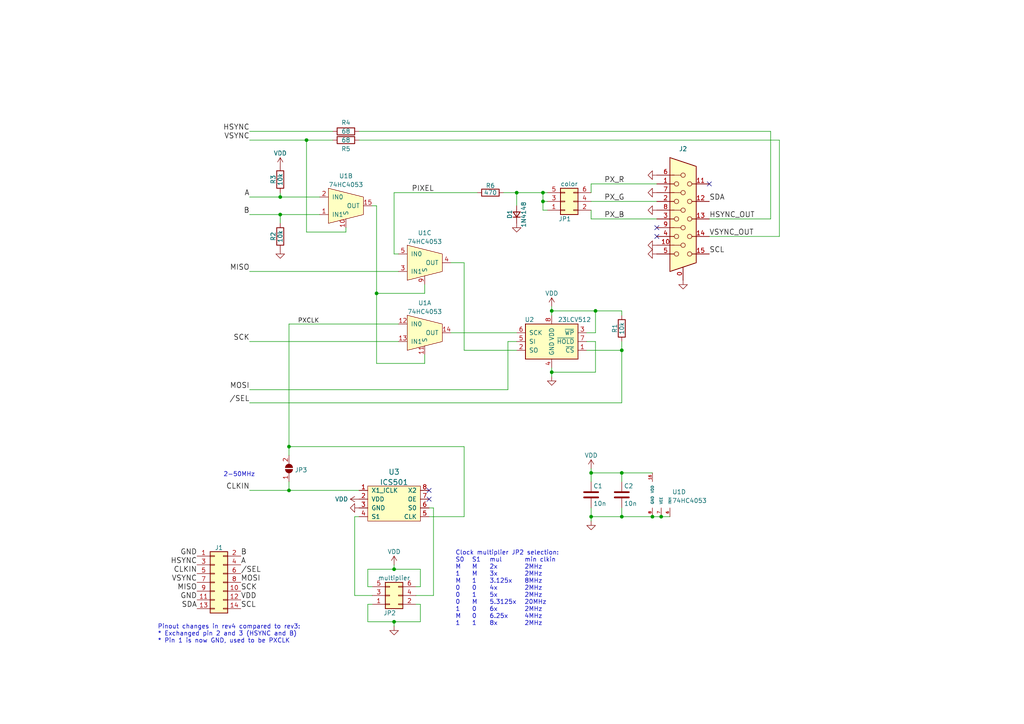
<source format=kicad_sch>
(kicad_sch (version 20211123) (generator eeschema)

  (uuid 74c311c0-6349-4dfa-86ab-515d86dd706e)

  (paper "A4")

  (title_block
    (title "VGA framebuffer")
    (rev "2")
    (company "Designed by Toomas Laasik")
    (comment 1 "https://github.com/tlaasik/vgafb")
    (comment 2 "Pixel clock multiplication part can be left out (U3 and related). Then PXCLK should be\\nused as pixel clock input.")
  )

  (lib_symbols
    (symbol "74HC4053_1" (pin_names (offset 1.016)) (in_bom yes) (on_board yes)
      (property "Reference" "U" (id 0) (at 3.81 5.08 0)
        (effects (font (size 1.27 1.27)))
      )
      (property "Value" "74HC4053_1" (id 1) (at 7.62 -5.08 0)
        (effects (font (size 1.27 1.27)))
      )
      (property "Footprint" "" (id 2) (at -2.54 0 0)
        (effects (font (size 1.27 1.27)))
      )
      (property "Datasheet" "" (id 3) (at -2.54 0 0)
        (effects (font (size 1.27 1.27)))
      )
      (property "ki_locked" "" (id 4) (at 0 0 0)
        (effects (font (size 1.27 1.27)))
      )
      (property "ki_keywords" "TTL" (id 5) (at 0 0 0)
        (effects (font (size 1.27 1.27)) hide)
      )
      (property "ki_description" "Triple analog mux (inh and vee pins are tied to gnd)" (id 6) (at 0 0 0)
        (effects (font (size 1.27 1.27)) hide)
      )
      (symbol "74HC4053_1_1_1"
        (polyline
          (pts
            (xy -5.08 5.08)
            (xy -5.08 -5.08)
            (xy 5.08 -2.54)
            (xy 5.08 2.54)
            (xy -5.08 5.08)
          )
          (stroke (width 0) (type default) (color 0 0 0 0))
          (fill (type background))
        )
        (pin input line (at 0 -6.35 90) (length 2.54)
          (name "S" (effects (font (size 1.27 1.27))))
          (number "11" (effects (font (size 1.27 1.27))))
        )
        (pin bidirectional line (at -7.62 2.54 0) (length 2.54)
          (name "IN0" (effects (font (size 1.27 1.27))))
          (number "12" (effects (font (size 1.27 1.27))))
        )
        (pin bidirectional line (at -7.62 -2.54 0) (length 2.54)
          (name "IN1" (effects (font (size 1.27 1.27))))
          (number "13" (effects (font (size 1.27 1.27))))
        )
        (pin bidirectional line (at 7.62 0 180) (length 2.54)
          (name "OUT" (effects (font (size 1.27 1.27))))
          (number "14" (effects (font (size 1.27 1.27))))
        )
      )
      (symbol "74HC4053_1_2_1"
        (polyline
          (pts
            (xy -5.08 5.08)
            (xy -5.08 -5.08)
            (xy 5.08 -2.54)
            (xy 5.08 2.54)
            (xy -5.08 5.08)
          )
          (stroke (width 0) (type default) (color 0 0 0 0))
          (fill (type background))
        )
        (pin bidirectional line (at -7.62 -2.54 0) (length 2.54)
          (name "IN1" (effects (font (size 1.27 1.27))))
          (number "1" (effects (font (size 1.27 1.27))))
        )
        (pin input line (at 0 -6.35 90) (length 2.54)
          (name "S" (effects (font (size 1.27 1.27))))
          (number "10" (effects (font (size 1.27 1.27))))
        )
        (pin bidirectional line (at 7.62 0 180) (length 2.54)
          (name "OUT" (effects (font (size 1.27 1.27))))
          (number "15" (effects (font (size 1.27 1.27))))
        )
        (pin bidirectional line (at -7.62 2.54 0) (length 2.54)
          (name "IN0" (effects (font (size 1.27 1.27))))
          (number "2" (effects (font (size 1.27 1.27))))
        )
      )
      (symbol "74HC4053_1_3_1"
        (polyline
          (pts
            (xy -5.08 5.08)
            (xy -5.08 -5.08)
            (xy 5.08 -2.54)
            (xy 5.08 2.54)
            (xy -5.08 5.08)
          )
          (stroke (width 0) (type default) (color 0 0 0 0))
          (fill (type background))
        )
        (pin bidirectional line (at -7.62 -2.54 0) (length 2.54)
          (name "IN1" (effects (font (size 1.27 1.27))))
          (number "3" (effects (font (size 1.27 1.27))))
        )
        (pin bidirectional line (at 7.62 0 180) (length 2.54)
          (name "OUT" (effects (font (size 1.27 1.27))))
          (number "4" (effects (font (size 1.27 1.27))))
        )
        (pin bidirectional line (at -7.62 2.54 0) (length 2.54)
          (name "IN0" (effects (font (size 1.27 1.27))))
          (number "5" (effects (font (size 1.27 1.27))))
        )
        (pin input line (at 0 -6.35 90) (length 2.54)
          (name "S" (effects (font (size 1.27 1.27))))
          (number "9" (effects (font (size 1.27 1.27))))
        )
      )
      (symbol "74HC4053_1_4_0"
        (pin power_in line (at -2.54 6.35 270) (length 2.54)
          (name "VDD" (effects (font (size 0.762 0.762))))
          (number "16" (effects (font (size 0.762 0.762))))
        )
        (pin power_in line (at -2.54 -6.35 90) (length 2.54)
          (name "GND" (effects (font (size 0.762 0.762))))
          (number "8" (effects (font (size 0.762 0.762))))
        )
      )
      (symbol "74HC4053_1_4_1"
        (pin input line (at 2.54 -6.35 90) (length 2.54)
          (name "INH" (effects (font (size 0.762 0.762))))
          (number "6" (effects (font (size 0.762 0.762))))
        )
        (pin input line (at 0 -6.35 90) (length 2.54)
          (name "VEE" (effects (font (size 0.762 0.762))))
          (number "7" (effects (font (size 0.762 0.762))))
        )
      )
    )
    (symbol "Connector:DB15_Female_HighDensity_MountingHoles" (pin_names (offset 1.016) hide) (in_bom yes) (on_board yes)
      (property "Reference" "J" (id 0) (at 0 21.59 0)
        (effects (font (size 1.27 1.27)))
      )
      (property "Value" "DB15_Female_HighDensity_MountingHoles" (id 1) (at 0 19.05 0)
        (effects (font (size 1.27 1.27)))
      )
      (property "Footprint" "" (id 2) (at -24.13 10.16 0)
        (effects (font (size 1.27 1.27)) hide)
      )
      (property "Datasheet" " ~" (id 3) (at -24.13 10.16 0)
        (effects (font (size 1.27 1.27)) hide)
      )
      (property "ki_keywords" "connector db15 female D-SUB VGA" (id 4) (at 0 0 0)
        (effects (font (size 1.27 1.27)) hide)
      )
      (property "ki_description" "15-pin female D-SUB connector, High density (3 columns), Triple Row, Generic, VGA-connector, Mounting Hole" (id 5) (at 0 0 0)
        (effects (font (size 1.27 1.27)) hide)
      )
      (property "ki_fp_filters" "DSUB*Female*" (id 6) (at 0 0 0)
        (effects (font (size 1.27 1.27)) hide)
      )
      (symbol "DB15_Female_HighDensity_MountingHoles_0_1"
        (circle (center -1.905 -10.16) (radius 0.635)
          (stroke (width 0) (type default) (color 0 0 0 0))
          (fill (type none))
        )
        (circle (center -1.905 -5.08) (radius 0.635)
          (stroke (width 0) (type default) (color 0 0 0 0))
          (fill (type none))
        )
        (circle (center -1.905 0) (radius 0.635)
          (stroke (width 0) (type default) (color 0 0 0 0))
          (fill (type none))
        )
        (circle (center -1.905 5.08) (radius 0.635)
          (stroke (width 0) (type default) (color 0 0 0 0))
          (fill (type none))
        )
        (circle (center -1.905 10.16) (radius 0.635)
          (stroke (width 0) (type default) (color 0 0 0 0))
          (fill (type none))
        )
        (circle (center 0 -7.62) (radius 0.635)
          (stroke (width 0) (type default) (color 0 0 0 0))
          (fill (type none))
        )
        (circle (center 0 -2.54) (radius 0.635)
          (stroke (width 0) (type default) (color 0 0 0 0))
          (fill (type none))
        )
        (polyline
          (pts
            (xy -3.175 7.62)
            (xy -0.635 7.62)
          )
          (stroke (width 0) (type default) (color 0 0 0 0))
          (fill (type none))
        )
        (polyline
          (pts
            (xy -0.635 -7.62)
            (xy -3.175 -7.62)
          )
          (stroke (width 0) (type default) (color 0 0 0 0))
          (fill (type none))
        )
        (polyline
          (pts
            (xy -0.635 -2.54)
            (xy -3.175 -2.54)
          )
          (stroke (width 0) (type default) (color 0 0 0 0))
          (fill (type none))
        )
        (polyline
          (pts
            (xy -0.635 2.54)
            (xy -3.175 2.54)
          )
          (stroke (width 0) (type default) (color 0 0 0 0))
          (fill (type none))
        )
        (polyline
          (pts
            (xy -0.635 12.7)
            (xy -3.175 12.7)
          )
          (stroke (width 0) (type default) (color 0 0 0 0))
          (fill (type none))
        )
        (polyline
          (pts
            (xy -3.81 17.78)
            (xy -3.81 -15.24)
            (xy 3.81 -12.7)
            (xy 3.81 15.24)
            (xy -3.81 17.78)
          )
          (stroke (width 0.254) (type default) (color 0 0 0 0))
          (fill (type background))
        )
        (circle (center 0 2.54) (radius 0.635)
          (stroke (width 0) (type default) (color 0 0 0 0))
          (fill (type none))
        )
        (circle (center 0 7.62) (radius 0.635)
          (stroke (width 0) (type default) (color 0 0 0 0))
          (fill (type none))
        )
        (circle (center 0 12.7) (radius 0.635)
          (stroke (width 0) (type default) (color 0 0 0 0))
          (fill (type none))
        )
        (circle (center 1.905 -10.16) (radius 0.635)
          (stroke (width 0) (type default) (color 0 0 0 0))
          (fill (type none))
        )
        (circle (center 1.905 -5.08) (radius 0.635)
          (stroke (width 0) (type default) (color 0 0 0 0))
          (fill (type none))
        )
        (circle (center 1.905 0) (radius 0.635)
          (stroke (width 0) (type default) (color 0 0 0 0))
          (fill (type none))
        )
        (circle (center 1.905 5.08) (radius 0.635)
          (stroke (width 0) (type default) (color 0 0 0 0))
          (fill (type none))
        )
        (circle (center 1.905 10.16) (radius 0.635)
          (stroke (width 0) (type default) (color 0 0 0 0))
          (fill (type none))
        )
      )
      (symbol "DB15_Female_HighDensity_MountingHoles_1_1"
        (pin passive line (at 0 -17.78 90) (length 3.81)
          (name "~" (effects (font (size 1.27 1.27))))
          (number "0" (effects (font (size 1.27 1.27))))
        )
        (pin passive line (at -7.62 10.16 0) (length 5.08)
          (name "~" (effects (font (size 1.27 1.27))))
          (number "1" (effects (font (size 1.27 1.27))))
        )
        (pin passive line (at -7.62 -7.62 0) (length 5.08)
          (name "~" (effects (font (size 1.27 1.27))))
          (number "10" (effects (font (size 1.27 1.27))))
        )
        (pin passive line (at 7.62 10.16 180) (length 5.08)
          (name "~" (effects (font (size 1.27 1.27))))
          (number "11" (effects (font (size 1.27 1.27))))
        )
        (pin passive line (at 7.62 5.08 180) (length 5.08)
          (name "~" (effects (font (size 1.27 1.27))))
          (number "12" (effects (font (size 1.27 1.27))))
        )
        (pin passive line (at 7.62 0 180) (length 5.08)
          (name "~" (effects (font (size 1.27 1.27))))
          (number "13" (effects (font (size 1.27 1.27))))
        )
        (pin passive line (at 7.62 -5.08 180) (length 5.08)
          (name "~" (effects (font (size 1.27 1.27))))
          (number "14" (effects (font (size 1.27 1.27))))
        )
        (pin passive line (at 7.62 -10.16 180) (length 5.08)
          (name "~" (effects (font (size 1.27 1.27))))
          (number "15" (effects (font (size 1.27 1.27))))
        )
        (pin passive line (at -7.62 5.08 0) (length 5.08)
          (name "~" (effects (font (size 1.27 1.27))))
          (number "2" (effects (font (size 1.27 1.27))))
        )
        (pin passive line (at -7.62 0 0) (length 5.08)
          (name "~" (effects (font (size 1.27 1.27))))
          (number "3" (effects (font (size 1.27 1.27))))
        )
        (pin passive line (at -7.62 -5.08 0) (length 5.08)
          (name "~" (effects (font (size 1.27 1.27))))
          (number "4" (effects (font (size 1.27 1.27))))
        )
        (pin passive line (at -7.62 -10.16 0) (length 5.08)
          (name "~" (effects (font (size 1.27 1.27))))
          (number "5" (effects (font (size 1.27 1.27))))
        )
        (pin passive line (at -7.62 12.7 0) (length 5.08)
          (name "~" (effects (font (size 1.27 1.27))))
          (number "6" (effects (font (size 1.27 1.27))))
        )
        (pin passive line (at -7.62 7.62 0) (length 5.08)
          (name "~" (effects (font (size 1.27 1.27))))
          (number "7" (effects (font (size 1.27 1.27))))
        )
        (pin passive line (at -7.62 2.54 0) (length 5.08)
          (name "~" (effects (font (size 1.27 1.27))))
          (number "8" (effects (font (size 1.27 1.27))))
        )
        (pin passive line (at -7.62 -2.54 0) (length 5.08)
          (name "~" (effects (font (size 1.27 1.27))))
          (number "9" (effects (font (size 1.27 1.27))))
        )
      )
    )
    (symbol "Connector_Generic:Conn_02x03_Odd_Even" (pin_names (offset 1.016) hide) (in_bom yes) (on_board yes)
      (property "Reference" "J" (id 0) (at 1.27 5.08 0)
        (effects (font (size 1.27 1.27)))
      )
      (property "Value" "Conn_02x03_Odd_Even" (id 1) (at 1.27 -5.08 0)
        (effects (font (size 1.27 1.27)))
      )
      (property "Footprint" "" (id 2) (at 0 0 0)
        (effects (font (size 1.27 1.27)) hide)
      )
      (property "Datasheet" "~" (id 3) (at 0 0 0)
        (effects (font (size 1.27 1.27)) hide)
      )
      (property "ki_keywords" "connector" (id 4) (at 0 0 0)
        (effects (font (size 1.27 1.27)) hide)
      )
      (property "ki_description" "Generic connector, double row, 02x03, odd/even pin numbering scheme (row 1 odd numbers, row 2 even numbers), script generated (kicad-library-utils/schlib/autogen/connector/)" (id 5) (at 0 0 0)
        (effects (font (size 1.27 1.27)) hide)
      )
      (property "ki_fp_filters" "Connector*:*_2x??_*" (id 6) (at 0 0 0)
        (effects (font (size 1.27 1.27)) hide)
      )
      (symbol "Conn_02x03_Odd_Even_1_1"
        (rectangle (start -1.27 -2.413) (end 0 -2.667)
          (stroke (width 0.1524) (type default) (color 0 0 0 0))
          (fill (type none))
        )
        (rectangle (start -1.27 0.127) (end 0 -0.127)
          (stroke (width 0.1524) (type default) (color 0 0 0 0))
          (fill (type none))
        )
        (rectangle (start -1.27 2.667) (end 0 2.413)
          (stroke (width 0.1524) (type default) (color 0 0 0 0))
          (fill (type none))
        )
        (rectangle (start -1.27 3.81) (end 3.81 -3.81)
          (stroke (width 0.254) (type default) (color 0 0 0 0))
          (fill (type background))
        )
        (rectangle (start 3.81 -2.413) (end 2.54 -2.667)
          (stroke (width 0.1524) (type default) (color 0 0 0 0))
          (fill (type none))
        )
        (rectangle (start 3.81 0.127) (end 2.54 -0.127)
          (stroke (width 0.1524) (type default) (color 0 0 0 0))
          (fill (type none))
        )
        (rectangle (start 3.81 2.667) (end 2.54 2.413)
          (stroke (width 0.1524) (type default) (color 0 0 0 0))
          (fill (type none))
        )
        (pin passive line (at -5.08 2.54 0) (length 3.81)
          (name "Pin_1" (effects (font (size 1.27 1.27))))
          (number "1" (effects (font (size 1.27 1.27))))
        )
        (pin passive line (at 7.62 2.54 180) (length 3.81)
          (name "Pin_2" (effects (font (size 1.27 1.27))))
          (number "2" (effects (font (size 1.27 1.27))))
        )
        (pin passive line (at -5.08 0 0) (length 3.81)
          (name "Pin_3" (effects (font (size 1.27 1.27))))
          (number "3" (effects (font (size 1.27 1.27))))
        )
        (pin passive line (at 7.62 0 180) (length 3.81)
          (name "Pin_4" (effects (font (size 1.27 1.27))))
          (number "4" (effects (font (size 1.27 1.27))))
        )
        (pin passive line (at -5.08 -2.54 0) (length 3.81)
          (name "Pin_5" (effects (font (size 1.27 1.27))))
          (number "5" (effects (font (size 1.27 1.27))))
        )
        (pin passive line (at 7.62 -2.54 180) (length 3.81)
          (name "Pin_6" (effects (font (size 1.27 1.27))))
          (number "6" (effects (font (size 1.27 1.27))))
        )
      )
    )
    (symbol "Connector_Generic:Conn_02x07_Odd_Even" (pin_names (offset 1.016) hide) (in_bom yes) (on_board yes)
      (property "Reference" "J1" (id 0) (at 1.27 10.0528 0)
        (effects (font (size 1.27 1.27)))
      )
      (property "Value" "Conn_02x07_Odd_Even" (id 1) (at 1.27 10.0529 0)
        (effects (font (size 1.27 1.27)) hide)
      )
      (property "Footprint" "" (id 2) (at 0 0 0)
        (effects (font (size 1.27 1.27)) hide)
      )
      (property "Datasheet" "~" (id 3) (at 0 0 0)
        (effects (font (size 1.27 1.27)) hide)
      )
      (property "ki_keywords" "connector" (id 4) (at 0 0 0)
        (effects (font (size 1.27 1.27)) hide)
      )
      (property "ki_description" "Generic connector, double row, 02x07, odd/even pin numbering scheme (row 1 odd numbers, row 2 even numbers), script generated (kicad-library-utils/schlib/autogen/connector/)" (id 5) (at 0 0 0)
        (effects (font (size 1.27 1.27)) hide)
      )
      (property "ki_fp_filters" "Connector*:*_2x??_*" (id 6) (at 0 0 0)
        (effects (font (size 1.27 1.27)) hide)
      )
      (symbol "Conn_02x07_Odd_Even_1_1"
        (rectangle (start -1.27 -7.493) (end 0 -7.747)
          (stroke (width 0.1524) (type default) (color 0 0 0 0))
          (fill (type none))
        )
        (rectangle (start -1.27 -4.953) (end 0 -5.207)
          (stroke (width 0.1524) (type default) (color 0 0 0 0))
          (fill (type none))
        )
        (rectangle (start -1.27 -2.413) (end 0 -2.667)
          (stroke (width 0.1524) (type default) (color 0 0 0 0))
          (fill (type none))
        )
        (rectangle (start -1.27 0.127) (end 0 -0.127)
          (stroke (width 0.1524) (type default) (color 0 0 0 0))
          (fill (type none))
        )
        (rectangle (start -1.27 2.667) (end 0 2.413)
          (stroke (width 0.1524) (type default) (color 0 0 0 0))
          (fill (type none))
        )
        (rectangle (start -1.27 5.207) (end 0 4.953)
          (stroke (width 0.1524) (type default) (color 0 0 0 0))
          (fill (type none))
        )
        (rectangle (start -1.27 7.747) (end 0 7.493)
          (stroke (width 0.1524) (type default) (color 0 0 0 0))
          (fill (type none))
        )
        (rectangle (start -1.27 8.89) (end 3.81 -8.89)
          (stroke (width 0.254) (type default) (color 0 0 0 0))
          (fill (type background))
        )
        (rectangle (start 3.81 -7.493) (end 2.54 -7.747)
          (stroke (width 0.1524) (type default) (color 0 0 0 0))
          (fill (type none))
        )
        (rectangle (start 3.81 -4.953) (end 2.54 -5.207)
          (stroke (width 0.1524) (type default) (color 0 0 0 0))
          (fill (type none))
        )
        (rectangle (start 3.81 -2.413) (end 2.54 -2.667)
          (stroke (width 0.1524) (type default) (color 0 0 0 0))
          (fill (type none))
        )
        (rectangle (start 3.81 0.127) (end 2.54 -0.127)
          (stroke (width 0.1524) (type default) (color 0 0 0 0))
          (fill (type none))
        )
        (rectangle (start 3.81 2.667) (end 2.54 2.413)
          (stroke (width 0.1524) (type default) (color 0 0 0 0))
          (fill (type none))
        )
        (rectangle (start 3.81 5.207) (end 2.54 4.953)
          (stroke (width 0.1524) (type default) (color 0 0 0 0))
          (fill (type none))
        )
        (rectangle (start 3.81 7.747) (end 2.54 7.493)
          (stroke (width 0.1524) (type default) (color 0 0 0 0))
          (fill (type none))
        )
        (pin passive line (at -5.08 7.62 0) (length 3.81)
          (name "Pin_1" (effects (font (size 1.27 1.27))))
          (number "1" (effects (font (size 1.27 1.27))))
        )
        (pin passive line (at 7.62 -2.54 180) (length 3.81)
          (name "Pin_10" (effects (font (size 1.27 1.27))))
          (number "10" (effects (font (size 1.27 1.27))))
        )
        (pin power_out line (at -5.08 -5.08 0) (length 3.81)
          (name "Pin_11" (effects (font (size 1.27 1.27))))
          (number "11" (effects (font (size 1.27 1.27))))
        )
        (pin power_out line (at 7.62 -5.08 180) (length 3.81)
          (name "Pin_12" (effects (font (size 1.27 1.27))))
          (number "12" (effects (font (size 1.27 1.27))))
        )
        (pin passive line (at -5.08 -7.62 0) (length 3.81)
          (name "Pin_13" (effects (font (size 1.27 1.27))))
          (number "13" (effects (font (size 1.27 1.27))))
        )
        (pin passive line (at 7.62 -7.62 180) (length 3.81)
          (name "Pin_14" (effects (font (size 1.27 1.27))))
          (number "14" (effects (font (size 1.27 1.27))))
        )
        (pin passive line (at 7.62 7.62 180) (length 3.81)
          (name "Pin_2" (effects (font (size 1.27 1.27))))
          (number "2" (effects (font (size 1.27 1.27))))
        )
        (pin passive line (at -5.08 5.08 0) (length 3.81)
          (name "Pin_3" (effects (font (size 1.27 1.27))))
          (number "3" (effects (font (size 1.27 1.27))))
        )
        (pin passive line (at 7.62 5.08 180) (length 3.81)
          (name "Pin_4" (effects (font (size 1.27 1.27))))
          (number "4" (effects (font (size 1.27 1.27))))
        )
        (pin passive line (at -5.08 2.54 0) (length 3.81)
          (name "Pin_5" (effects (font (size 1.27 1.27))))
          (number "5" (effects (font (size 1.27 1.27))))
        )
        (pin passive line (at 7.62 2.54 180) (length 3.81)
          (name "Pin_6" (effects (font (size 1.27 1.27))))
          (number "6" (effects (font (size 1.27 1.27))))
        )
        (pin passive line (at -5.08 0 0) (length 3.81)
          (name "Pin_7" (effects (font (size 1.27 1.27))))
          (number "7" (effects (font (size 1.27 1.27))))
        )
        (pin passive line (at 7.62 0 180) (length 3.81)
          (name "Pin_8" (effects (font (size 1.27 1.27))))
          (number "8" (effects (font (size 1.27 1.27))))
        )
        (pin passive line (at -5.08 -2.54 0) (length 3.81)
          (name "Pin_9" (effects (font (size 1.27 1.27))))
          (number "9" (effects (font (size 1.27 1.27))))
        )
      )
    )
    (symbol "Device:C" (pin_numbers hide) (pin_names (offset 0.254)) (in_bom yes) (on_board yes)
      (property "Reference" "C" (id 0) (at 0.635 2.54 0)
        (effects (font (size 1.27 1.27)) (justify left))
      )
      (property "Value" "C" (id 1) (at 0.635 -2.54 0)
        (effects (font (size 1.27 1.27)) (justify left))
      )
      (property "Footprint" "" (id 2) (at 0.9652 -3.81 0)
        (effects (font (size 1.27 1.27)) hide)
      )
      (property "Datasheet" "~" (id 3) (at 0 0 0)
        (effects (font (size 1.27 1.27)) hide)
      )
      (property "ki_keywords" "cap capacitor" (id 4) (at 0 0 0)
        (effects (font (size 1.27 1.27)) hide)
      )
      (property "ki_description" "Unpolarized capacitor" (id 5) (at 0 0 0)
        (effects (font (size 1.27 1.27)) hide)
      )
      (property "ki_fp_filters" "C_*" (id 6) (at 0 0 0)
        (effects (font (size 1.27 1.27)) hide)
      )
      (symbol "C_0_1"
        (polyline
          (pts
            (xy -2.032 -0.762)
            (xy 2.032 -0.762)
          )
          (stroke (width 0.508) (type default) (color 0 0 0 0))
          (fill (type none))
        )
        (polyline
          (pts
            (xy -2.032 0.762)
            (xy 2.032 0.762)
          )
          (stroke (width 0.508) (type default) (color 0 0 0 0))
          (fill (type none))
        )
      )
      (symbol "C_1_1"
        (pin passive line (at 0 3.81 270) (length 2.794)
          (name "~" (effects (font (size 1.27 1.27))))
          (number "1" (effects (font (size 1.27 1.27))))
        )
        (pin passive line (at 0 -3.81 90) (length 2.794)
          (name "~" (effects (font (size 1.27 1.27))))
          (number "2" (effects (font (size 1.27 1.27))))
        )
      )
    )
    (symbol "Device:D_Small" (pin_numbers hide) (pin_names (offset 0.254) hide) (in_bom yes) (on_board yes)
      (property "Reference" "D" (id 0) (at -1.27 2.032 0)
        (effects (font (size 1.27 1.27)) (justify left))
      )
      (property "Value" "D_Small" (id 1) (at -3.81 -2.032 0)
        (effects (font (size 1.27 1.27)) (justify left))
      )
      (property "Footprint" "" (id 2) (at 0 0 90)
        (effects (font (size 1.27 1.27)) hide)
      )
      (property "Datasheet" "~" (id 3) (at 0 0 90)
        (effects (font (size 1.27 1.27)) hide)
      )
      (property "ki_keywords" "diode" (id 4) (at 0 0 0)
        (effects (font (size 1.27 1.27)) hide)
      )
      (property "ki_description" "Diode, small symbol" (id 5) (at 0 0 0)
        (effects (font (size 1.27 1.27)) hide)
      )
      (property "ki_fp_filters" "TO-???* *_Diode_* *SingleDiode* D_*" (id 6) (at 0 0 0)
        (effects (font (size 1.27 1.27)) hide)
      )
      (symbol "D_Small_0_1"
        (polyline
          (pts
            (xy -0.762 -1.016)
            (xy -0.762 1.016)
          )
          (stroke (width 0.254) (type default) (color 0 0 0 0))
          (fill (type none))
        )
        (polyline
          (pts
            (xy -0.762 0)
            (xy 0.762 0)
          )
          (stroke (width 0) (type default) (color 0 0 0 0))
          (fill (type none))
        )
        (polyline
          (pts
            (xy 0.762 -1.016)
            (xy -0.762 0)
            (xy 0.762 1.016)
            (xy 0.762 -1.016)
          )
          (stroke (width 0.254) (type default) (color 0 0 0 0))
          (fill (type none))
        )
      )
      (symbol "D_Small_1_1"
        (pin passive line (at -2.54 0 0) (length 1.778)
          (name "K" (effects (font (size 1.27 1.27))))
          (number "1" (effects (font (size 1.27 1.27))))
        )
        (pin passive line (at 2.54 0 180) (length 1.778)
          (name "A" (effects (font (size 1.27 1.27))))
          (number "2" (effects (font (size 1.27 1.27))))
        )
      )
    )
    (symbol "Device:R" (pin_numbers hide) (pin_names (offset 0)) (in_bom yes) (on_board yes)
      (property "Reference" "R" (id 0) (at 2.032 0 90)
        (effects (font (size 1.27 1.27)))
      )
      (property "Value" "R" (id 1) (at 0 0 90)
        (effects (font (size 1.27 1.27)))
      )
      (property "Footprint" "" (id 2) (at -1.778 0 90)
        (effects (font (size 1.27 1.27)) hide)
      )
      (property "Datasheet" "~" (id 3) (at 0 0 0)
        (effects (font (size 1.27 1.27)) hide)
      )
      (property "ki_keywords" "R res resistor" (id 4) (at 0 0 0)
        (effects (font (size 1.27 1.27)) hide)
      )
      (property "ki_description" "Resistor" (id 5) (at 0 0 0)
        (effects (font (size 1.27 1.27)) hide)
      )
      (property "ki_fp_filters" "R_*" (id 6) (at 0 0 0)
        (effects (font (size 1.27 1.27)) hide)
      )
      (symbol "R_0_1"
        (rectangle (start -1.016 -2.54) (end 1.016 2.54)
          (stroke (width 0.254) (type default) (color 0 0 0 0))
          (fill (type none))
        )
      )
      (symbol "R_1_1"
        (pin passive line (at 0 3.81 270) (length 1.27)
          (name "~" (effects (font (size 1.27 1.27))))
          (number "1" (effects (font (size 1.27 1.27))))
        )
        (pin passive line (at 0 -3.81 90) (length 1.27)
          (name "~" (effects (font (size 1.27 1.27))))
          (number "2" (effects (font (size 1.27 1.27))))
        )
      )
    )
    (symbol "Jumper:SolderJumper_2_Open" (pin_names (offset 0) hide) (in_bom yes) (on_board yes)
      (property "Reference" "JP" (id 0) (at 0 2.032 0)
        (effects (font (size 1.27 1.27)))
      )
      (property "Value" "SolderJumper_2_Open" (id 1) (at 0 -2.54 0)
        (effects (font (size 1.27 1.27)))
      )
      (property "Footprint" "" (id 2) (at 0 0 0)
        (effects (font (size 1.27 1.27)) hide)
      )
      (property "Datasheet" "~" (id 3) (at 0 0 0)
        (effects (font (size 1.27 1.27)) hide)
      )
      (property "ki_keywords" "solder jumper SPST" (id 4) (at 0 0 0)
        (effects (font (size 1.27 1.27)) hide)
      )
      (property "ki_description" "Solder Jumper, 2-pole, open" (id 5) (at 0 0 0)
        (effects (font (size 1.27 1.27)) hide)
      )
      (property "ki_fp_filters" "SolderJumper*Open*" (id 6) (at 0 0 0)
        (effects (font (size 1.27 1.27)) hide)
      )
      (symbol "SolderJumper_2_Open_0_1"
        (arc (start -0.254 1.016) (mid -1.27 0) (end -0.254 -1.016)
          (stroke (width 0) (type default) (color 0 0 0 0))
          (fill (type none))
        )
        (arc (start -0.254 1.016) (mid -1.27 0) (end -0.254 -1.016)
          (stroke (width 0) (type default) (color 0 0 0 0))
          (fill (type outline))
        )
        (polyline
          (pts
            (xy -0.254 1.016)
            (xy -0.254 -1.016)
          )
          (stroke (width 0) (type default) (color 0 0 0 0))
          (fill (type none))
        )
        (polyline
          (pts
            (xy 0.254 1.016)
            (xy 0.254 -1.016)
          )
          (stroke (width 0) (type default) (color 0 0 0 0))
          (fill (type none))
        )
        (arc (start 0.254 -1.016) (mid 1.27 0) (end 0.254 1.016)
          (stroke (width 0) (type default) (color 0 0 0 0))
          (fill (type none))
        )
        (arc (start 0.254 -1.016) (mid 1.27 0) (end 0.254 1.016)
          (stroke (width 0) (type default) (color 0 0 0 0))
          (fill (type outline))
        )
      )
      (symbol "SolderJumper_2_Open_1_1"
        (pin passive line (at -3.81 0 0) (length 2.54)
          (name "A" (effects (font (size 1.27 1.27))))
          (number "1" (effects (font (size 1.27 1.27))))
        )
        (pin passive line (at 3.81 0 180) (length 2.54)
          (name "B" (effects (font (size 1.27 1.27))))
          (number "2" (effects (font (size 1.27 1.27))))
        )
      )
    )
    (symbol "Memory_NVRAM:MB85RS16" (pin_names (offset 1.016)) (in_bom yes) (on_board yes)
      (property "Reference" "U" (id 0) (at -7.62 6.35 0)
        (effects (font (size 1.27 1.27)) (justify left))
      )
      (property "Value" "MB85RS16" (id 1) (at 1.27 6.35 0)
        (effects (font (size 1.27 1.27)) (justify left))
      )
      (property "Footprint" "" (id 2) (at -8.89 -1.27 0)
        (effects (font (size 1.27 1.27)) hide)
      )
      (property "Datasheet" "http://www.fujitsu.com/downloads/MICRO/fsa/pdf/products/memory/fram/MB85RS16-DS501-00014-6v0-E.pdf" (id 3) (at -8.89 -1.27 0)
        (effects (font (size 1.27 1.27)) hide)
      )
      (property "ki_keywords" "FRAM SPI 3.3V" (id 4) (at 0 0 0)
        (effects (font (size 1.27 1.27)) hide)
      )
      (property "ki_description" "FRAM memory with SPI interface, SOIC-8 SON-8" (id 5) (at 0 0 0)
        (effects (font (size 1.27 1.27)) hide)
      )
      (property "ki_fp_filters" "SOIC*3.9x5.05mm*P1.27mm* *SON*2x3mm*P0.50mm*" (id 6) (at 0 0 0)
        (effects (font (size 1.27 1.27)) hide)
      )
      (symbol "MB85RS16_0_1"
        (rectangle (start -7.62 5.08) (end 7.62 -5.08)
          (stroke (width 0.254) (type default) (color 0 0 0 0))
          (fill (type background))
        )
      )
      (symbol "MB85RS16_1_1"
        (pin input line (at -10.16 -2.54 0) (length 2.54)
          (name "~{CS}" (effects (font (size 1.27 1.27))))
          (number "1" (effects (font (size 1.27 1.27))))
        )
        (pin output line (at 10.16 -2.54 180) (length 2.54)
          (name "SO" (effects (font (size 1.27 1.27))))
          (number "2" (effects (font (size 1.27 1.27))))
        )
        (pin input line (at -10.16 2.54 0) (length 2.54)
          (name "~{WP}" (effects (font (size 1.27 1.27))))
          (number "3" (effects (font (size 1.27 1.27))))
        )
        (pin power_in line (at 0 -7.62 90) (length 2.54)
          (name "GND" (effects (font (size 1.27 1.27))))
          (number "4" (effects (font (size 1.27 1.27))))
        )
        (pin input line (at 10.16 0 180) (length 2.54)
          (name "SI" (effects (font (size 1.27 1.27))))
          (number "5" (effects (font (size 1.27 1.27))))
        )
        (pin input line (at 10.16 2.54 180) (length 2.54)
          (name "SCK" (effects (font (size 1.27 1.27))))
          (number "6" (effects (font (size 1.27 1.27))))
        )
        (pin input line (at -10.16 0 0) (length 2.54)
          (name "~{HOLD}" (effects (font (size 1.27 1.27))))
          (number "7" (effects (font (size 1.27 1.27))))
        )
        (pin power_in line (at 0 7.62 270) (length 2.54)
          (name "VDD" (effects (font (size 1.27 1.27))))
          (number "8" (effects (font (size 1.27 1.27))))
        )
      )
    )
    (symbol "power:GND" (power) (pin_names (offset 0)) (in_bom yes) (on_board yes)
      (property "Reference" "#PWR" (id 0) (at 0 -6.35 0)
        (effects (font (size 1.27 1.27)) hide)
      )
      (property "Value" "GND" (id 1) (at 0 -3.81 0)
        (effects (font (size 1.27 1.27)))
      )
      (property "Footprint" "" (id 2) (at 0 0 0)
        (effects (font (size 1.27 1.27)) hide)
      )
      (property "Datasheet" "" (id 3) (at 0 0 0)
        (effects (font (size 1.27 1.27)) hide)
      )
      (property "ki_keywords" "power-flag" (id 4) (at 0 0 0)
        (effects (font (size 1.27 1.27)) hide)
      )
      (property "ki_description" "Power symbol creates a global label with name \"GND\" , ground" (id 5) (at 0 0 0)
        (effects (font (size 1.27 1.27)) hide)
      )
      (symbol "GND_0_1"
        (polyline
          (pts
            (xy 0 0)
            (xy 0 -1.27)
            (xy 1.27 -1.27)
            (xy 0 -2.54)
            (xy -1.27 -1.27)
            (xy 0 -1.27)
          )
          (stroke (width 0) (type default) (color 0 0 0 0))
          (fill (type none))
        )
      )
      (symbol "GND_1_1"
        (pin power_in line (at 0 0 270) (length 0) hide
          (name "GND" (effects (font (size 1.27 1.27))))
          (number "1" (effects (font (size 1.27 1.27))))
        )
      )
    )
    (symbol "power:VDD" (power) (pin_names (offset 0)) (in_bom yes) (on_board yes)
      (property "Reference" "#PWR" (id 0) (at 0 -3.81 0)
        (effects (font (size 1.27 1.27)) hide)
      )
      (property "Value" "VDD" (id 1) (at 0 3.81 0)
        (effects (font (size 1.27 1.27)))
      )
      (property "Footprint" "" (id 2) (at 0 0 0)
        (effects (font (size 1.27 1.27)) hide)
      )
      (property "Datasheet" "" (id 3) (at 0 0 0)
        (effects (font (size 1.27 1.27)) hide)
      )
      (property "ki_keywords" "power-flag" (id 4) (at 0 0 0)
        (effects (font (size 1.27 1.27)) hide)
      )
      (property "ki_description" "Power symbol creates a global label with name \"VDD\"" (id 5) (at 0 0 0)
        (effects (font (size 1.27 1.27)) hide)
      )
      (symbol "VDD_0_1"
        (polyline
          (pts
            (xy -0.762 1.27)
            (xy 0 2.54)
          )
          (stroke (width 0) (type default) (color 0 0 0 0))
          (fill (type none))
        )
        (polyline
          (pts
            (xy 0 0)
            (xy 0 2.54)
          )
          (stroke (width 0) (type default) (color 0 0 0 0))
          (fill (type none))
        )
        (polyline
          (pts
            (xy 0 2.54)
            (xy 0.762 1.27)
          )
          (stroke (width 0) (type default) (color 0 0 0 0))
          (fill (type none))
        )
      )
      (symbol "VDD_1_1"
        (pin power_in line (at 0 0 90) (length 0) hide
          (name "VDD" (effects (font (size 1.27 1.27))))
          (number "1" (effects (font (size 1.27 1.27))))
        )
      )
    )
    (symbol "vga:ICS501" (pin_names (offset 1.016)) (in_bom yes) (on_board yes)
      (property "Reference" "U" (id 0) (at -6.35 6.35 0)
        (effects (font (size 1.524 1.524)))
      )
      (property "Value" "ICS501" (id 1) (at 2.54 6.35 0)
        (effects (font (size 1.524 1.524)))
      )
      (property "Footprint" "" (id 2) (at 0 0 0)
        (effects (font (size 1.524 1.524)) hide)
      )
      (property "Datasheet" "" (id 3) (at 0 0 0)
        (effects (font (size 1.524 1.524)) hide)
      )
      (symbol "ICS501_0_1"
        (rectangle (start -7.62 5.08) (end 7.62 -5.08)
          (stroke (width 0) (type default) (color 0 0 0 0))
          (fill (type background))
        )
        (rectangle (start 7.62 -5.08) (end 7.62 -5.08)
          (stroke (width 0) (type default) (color 0 0 0 0))
          (fill (type none))
        )
      )
      (symbol "ICS501_1_1"
        (pin input line (at -10.16 3.81 0) (length 2.54)
          (name "X1_ICLK" (effects (font (size 1.27 1.27))))
          (number "1" (effects (font (size 1.27 1.27))))
        )
        (pin power_in line (at -10.16 1.27 0) (length 2.54)
          (name "VDD" (effects (font (size 1.27 1.27))))
          (number "2" (effects (font (size 1.27 1.27))))
        )
        (pin power_in line (at -10.16 -1.27 0) (length 2.54)
          (name "GND" (effects (font (size 1.27 1.27))))
          (number "3" (effects (font (size 1.27 1.27))))
        )
        (pin input line (at -10.16 -3.81 0) (length 2.54)
          (name "S1" (effects (font (size 1.27 1.27))))
          (number "4" (effects (font (size 1.27 1.27))))
        )
        (pin output line (at 10.16 -3.81 180) (length 2.54)
          (name "CLK" (effects (font (size 1.27 1.27))))
          (number "5" (effects (font (size 1.27 1.27))))
        )
        (pin input line (at 10.16 -1.27 180) (length 2.54)
          (name "S0" (effects (font (size 1.27 1.27))))
          (number "6" (effects (font (size 1.27 1.27))))
        )
        (pin input line (at 10.16 1.27 180) (length 2.54)
          (name "OE" (effects (font (size 1.27 1.27))))
          (number "7" (effects (font (size 1.27 1.27))))
        )
        (pin output line (at 10.16 3.81 180) (length 2.54)
          (name "X2" (effects (font (size 1.27 1.27))))
          (number "8" (effects (font (size 1.27 1.27))))
        )
      )
    )
  )

  (junction (at 180.34 101.6) (diameter 0) (color 0 0 0 0)
    (uuid 1779f0e4-fd99-463f-9ec2-e96019d010ba)
  )
  (junction (at 157.48 58.42) (diameter 0) (color 0 0 0 0)
    (uuid 1f9241fd-428d-4221-b5d1-7b1239996027)
  )
  (junction (at 171.45 149.86) (diameter 0) (color 0 0 0 0)
    (uuid 3d6b8554-b104-428a-8b5d-561f8020e25e)
  )
  (junction (at 160.02 90.17) (diameter 0) (color 0 0 0 0)
    (uuid 501babe0-b2ad-4fcd-abb6-37616c3fc7a3)
  )
  (junction (at 191.77 149.86) (diameter 0) (color 0 0 0 0)
    (uuid 543288e6-6c48-4732-904c-e155a0816425)
  )
  (junction (at 114.3 165.1) (diameter 0) (color 0 0 0 0)
    (uuid 5fef6d3c-e746-4429-b0e5-11d03f2a066f)
  )
  (junction (at 83.82 129.54) (diameter 0) (color 0 0 0 0)
    (uuid 615b90ce-b560-408d-80c2-8a22e6803c73)
  )
  (junction (at 109.22 85.09) (diameter 0) (color 0 0 0 0)
    (uuid 6b983a1d-c145-4b48-82e9-6da755dde7c4)
  )
  (junction (at 160.02 107.95) (diameter 0) (color 0 0 0 0)
    (uuid 71937f50-69c4-4986-a9d1-39a04f0d32a0)
  )
  (junction (at 180.34 149.86) (diameter 0) (color 0 0 0 0)
    (uuid 7ec3ccb2-5519-40a7-bccd-abd831a3edbb)
  )
  (junction (at 88.9 40.64) (diameter 0) (color 0 0 0 0)
    (uuid 8a245483-f046-4eb2-9fd1-0a6b4fe732e8)
  )
  (junction (at 171.45 137.16) (diameter 0) (color 0 0 0 0)
    (uuid 9c8c7b01-946f-499c-8dac-6f36ed8d09a0)
  )
  (junction (at 81.28 62.23) (diameter 0) (color 0 0 0 0)
    (uuid 9e8db3c0-91aa-4cce-ab81-c64536a66081)
  )
  (junction (at 172.72 90.17) (diameter 0) (color 0 0 0 0)
    (uuid a38a6c30-9412-4b35-a44c-15ba2b573077)
  )
  (junction (at 83.82 142.24) (diameter 0) (color 0 0 0 0)
    (uuid a446feb1-0cf2-4792-b08b-ac826451f46a)
  )
  (junction (at 189.23 149.86) (diameter 0) (color 0 0 0 0)
    (uuid b27db67a-2d56-44f7-bf7b-95353b1503d9)
  )
  (junction (at 81.28 57.15) (diameter 0) (color 0 0 0 0)
    (uuid b5637d6d-91e2-4269-9e77-8708b9a5a0c7)
  )
  (junction (at 157.48 55.88) (diameter 0) (color 0 0 0 0)
    (uuid c860ae0f-5c4a-44a9-926e-9709839023b5)
  )
  (junction (at 114.3 180.34) (diameter 0) (color 0 0 0 0)
    (uuid dda6ad07-0d2d-487d-ae1b-5d3d36874a29)
  )
  (junction (at 149.86 55.88) (diameter 0) (color 0 0 0 0)
    (uuid ea8b4417-7046-489d-9a8d-74e33c04ae7e)
  )
  (junction (at 180.34 137.16) (diameter 0) (color 0 0 0 0)
    (uuid fb2eb6f5-c838-49d9-87ae-906e2944c48e)
  )

  (no_connect (at 205.74 53.34) (uuid 50594d64-f9d6-42fa-b2dc-c704ea2be7a2))
  (no_connect (at 190.5 66.04) (uuid 50594d64-f9d6-42fa-b2dc-c704ea2be7a3))
  (no_connect (at 190.5 68.58) (uuid 50594d64-f9d6-42fa-b2dc-c704ea2be7a4))
  (no_connect (at 124.46 144.78) (uuid cd48a171-62a3-43df-a8e1-1f465aa316ac))
  (no_connect (at 124.46 142.24) (uuid d32df147-83ab-4d5f-8226-79990e1e4ff9))

  (wire (pts (xy 172.72 107.95) (xy 160.02 107.95))
    (stroke (width 0) (type default) (color 0 0 0 0))
    (uuid 043e54ed-0837-4fd2-9e36-31b2bc446ee6)
  )
  (wire (pts (xy 81.28 57.15) (xy 81.28 55.88))
    (stroke (width 0) (type default) (color 0 0 0 0))
    (uuid 0824e376-11e8-4bb9-a7ed-962c6cb5ff69)
  )
  (wire (pts (xy 81.28 62.23) (xy 92.71 62.23))
    (stroke (width 0) (type default) (color 0 0 0 0))
    (uuid 0e52933b-9361-47d3-88a6-9a228c27730d)
  )
  (wire (pts (xy 157.48 55.88) (xy 158.75 55.88))
    (stroke (width 0) (type default) (color 0 0 0 0))
    (uuid 1001c23e-e16b-477e-b598-186ed73478d2)
  )
  (wire (pts (xy 106.68 180.34) (xy 114.3 180.34))
    (stroke (width 0) (type default) (color 0 0 0 0))
    (uuid 106afa69-93b5-4540-a0ed-925510afeb6c)
  )
  (wire (pts (xy 114.3 165.1) (xy 121.92 165.1))
    (stroke (width 0) (type default) (color 0 0 0 0))
    (uuid 1154a5db-5df1-4c12-957d-ee5e85cf824d)
  )
  (wire (pts (xy 125.73 172.72) (xy 120.65 172.72))
    (stroke (width 0) (type default) (color 0 0 0 0))
    (uuid 135ad9e2-cac4-43ee-843f-b8571f9ef97e)
  )
  (wire (pts (xy 130.81 96.52) (xy 149.86 96.52))
    (stroke (width 0) (type default) (color 0 0 0 0))
    (uuid 15ac1daf-df80-4553-aa8d-7d1c4d188c56)
  )
  (wire (pts (xy 171.45 135.89) (xy 171.45 137.16))
    (stroke (width 0) (type default) (color 0 0 0 0))
    (uuid 18539ef1-269f-4abb-acea-aab187aefdcc)
  )
  (wire (pts (xy 180.34 137.16) (xy 189.23 137.16))
    (stroke (width 0) (type default) (color 0 0 0 0))
    (uuid 25b084f1-889b-4345-b3ee-d31ab3b8c664)
  )
  (wire (pts (xy 171.45 53.34) (xy 171.45 55.88))
    (stroke (width 0) (type default) (color 0 0 0 0))
    (uuid 2648299c-3e41-409a-a863-112d635e102d)
  )
  (wire (pts (xy 107.95 175.26) (xy 106.68 175.26))
    (stroke (width 0) (type default) (color 0 0 0 0))
    (uuid 2a7c4adc-d75b-4146-b04f-83423e12d79f)
  )
  (wire (pts (xy 157.48 58.42) (xy 158.75 58.42))
    (stroke (width 0) (type default) (color 0 0 0 0))
    (uuid 3130b933-fd6b-42f6-ba9a-2218f67f895f)
  )
  (wire (pts (xy 172.72 96.52) (xy 172.72 90.17))
    (stroke (width 0) (type default) (color 0 0 0 0))
    (uuid 31899594-120a-4b7a-bae0-3285c0e23b20)
  )
  (wire (pts (xy 223.52 38.1) (xy 223.52 63.5))
    (stroke (width 0) (type default) (color 0 0 0 0))
    (uuid 33e3ffa6-21a1-4583-91cd-e4b76f553815)
  )
  (wire (pts (xy 96.52 38.1) (xy 72.39 38.1))
    (stroke (width 0) (type default) (color 0 0 0 0))
    (uuid 35c46862-851e-44db-85e1-23c28338c20d)
  )
  (wire (pts (xy 124.46 147.32) (xy 125.73 147.32))
    (stroke (width 0) (type default) (color 0 0 0 0))
    (uuid 369a2d8f-75b0-48d5-ba21-cb23be627b38)
  )
  (wire (pts (xy 72.39 78.74) (xy 115.57 78.74))
    (stroke (width 0) (type default) (color 0 0 0 0))
    (uuid 36b16ed4-d1e6-4b27-9190-8b61362c35e7)
  )
  (wire (pts (xy 172.72 99.06) (xy 172.72 107.95))
    (stroke (width 0) (type default) (color 0 0 0 0))
    (uuid 3ba43390-32ca-4d3b-bdab-a3fcf46a0024)
  )
  (wire (pts (xy 171.45 149.86) (xy 180.34 149.86))
    (stroke (width 0) (type default) (color 0 0 0 0))
    (uuid 3d1fcd81-2827-44b1-aa4e-4d81f55a0082)
  )
  (wire (pts (xy 72.39 40.64) (xy 88.9 40.64))
    (stroke (width 0) (type default) (color 0 0 0 0))
    (uuid 3d283369-81fc-4827-9ee6-ded0a29d5a64)
  )
  (wire (pts (xy 134.62 101.6) (xy 134.62 76.2))
    (stroke (width 0) (type default) (color 0 0 0 0))
    (uuid 3e98198e-1d48-4055-a69a-2770ae5453c0)
  )
  (wire (pts (xy 124.46 149.86) (xy 134.62 149.86))
    (stroke (width 0) (type default) (color 0 0 0 0))
    (uuid 3f7e0516-be6a-451f-8831-e4f6951d8ce3)
  )
  (wire (pts (xy 171.45 137.16) (xy 171.45 139.7))
    (stroke (width 0) (type default) (color 0 0 0 0))
    (uuid 3fd49a9c-951c-4fcc-8059-97c12b98c87b)
  )
  (wire (pts (xy 107.95 170.18) (xy 106.68 170.18))
    (stroke (width 0) (type default) (color 0 0 0 0))
    (uuid 436fefdd-2d7a-4c65-88c8-69868d02fae6)
  )
  (wire (pts (xy 226.06 40.64) (xy 104.14 40.64))
    (stroke (width 0) (type default) (color 0 0 0 0))
    (uuid 45476b90-9363-4493-8d33-97967778a7b7)
  )
  (wire (pts (xy 83.82 139.7) (xy 83.82 142.24))
    (stroke (width 0) (type default) (color 0 0 0 0))
    (uuid 45a7389e-5cd2-40dd-a96b-960b08390f49)
  )
  (wire (pts (xy 180.34 101.6) (xy 180.34 116.84))
    (stroke (width 0) (type default) (color 0 0 0 0))
    (uuid 4774cba3-d8e8-4669-a51e-44c34746362a)
  )
  (wire (pts (xy 147.32 99.06) (xy 149.86 99.06))
    (stroke (width 0) (type default) (color 0 0 0 0))
    (uuid 498aea48-9bb8-4b8e-8d7e-e3849b2c110e)
  )
  (wire (pts (xy 205.74 63.5) (xy 223.52 63.5))
    (stroke (width 0) (type default) (color 0 0 0 0))
    (uuid 4f4be86d-c0e7-4053-8986-9dc31c4c0197)
  )
  (wire (pts (xy 102.87 149.86) (xy 104.14 149.86))
    (stroke (width 0) (type default) (color 0 0 0 0))
    (uuid 511451f9-d722-444d-8c96-a1c79ca11e67)
  )
  (wire (pts (xy 114.3 163.83) (xy 114.3 165.1))
    (stroke (width 0) (type default) (color 0 0 0 0))
    (uuid 512e40b5-9b3c-4625-9959-3c3a88032df7)
  )
  (wire (pts (xy 205.74 68.58) (xy 226.06 68.58))
    (stroke (width 0) (type default) (color 0 0 0 0))
    (uuid 51d70d59-4008-4ae5-8ec4-cace6b2c9822)
  )
  (wire (pts (xy 170.18 96.52) (xy 172.72 96.52))
    (stroke (width 0) (type default) (color 0 0 0 0))
    (uuid 51f01bdd-7b3a-4524-a2ab-7f20cb1b64d6)
  )
  (wire (pts (xy 83.82 142.24) (xy 104.14 142.24))
    (stroke (width 0) (type default) (color 0 0 0 0))
    (uuid 56fa166b-3810-4700-874f-8ffb904a4fa0)
  )
  (wire (pts (xy 88.9 40.64) (xy 96.52 40.64))
    (stroke (width 0) (type default) (color 0 0 0 0))
    (uuid 57016cef-e641-4eba-9a20-bf4bf66acb98)
  )
  (wire (pts (xy 121.92 165.1) (xy 121.92 170.18))
    (stroke (width 0) (type default) (color 0 0 0 0))
    (uuid 5acdb0cc-ab2a-4bfd-bdab-7e935257d00d)
  )
  (wire (pts (xy 180.34 149.86) (xy 189.23 149.86))
    (stroke (width 0) (type default) (color 0 0 0 0))
    (uuid 5cbb5ffd-ff72-4350-9ea9-fdcd63fb9372)
  )
  (wire (pts (xy 125.73 147.32) (xy 125.73 172.72))
    (stroke (width 0) (type default) (color 0 0 0 0))
    (uuid 5cf2a535-98eb-4d4b-bba6-62e61fa8b246)
  )
  (wire (pts (xy 72.39 62.23) (xy 81.28 62.23))
    (stroke (width 0) (type default) (color 0 0 0 0))
    (uuid 5e3a65db-aead-45fe-8209-f6ac214010a4)
  )
  (wire (pts (xy 180.34 147.32) (xy 180.34 149.86))
    (stroke (width 0) (type default) (color 0 0 0 0))
    (uuid 6005ab51-b120-4235-80cd-32246d54dc0a)
  )
  (wire (pts (xy 102.87 149.86) (xy 102.87 172.72))
    (stroke (width 0) (type default) (color 0 0 0 0))
    (uuid 6e61c706-ed8b-4a1c-bfde-8410b6ff4122)
  )
  (wire (pts (xy 83.82 129.54) (xy 83.82 132.08))
    (stroke (width 0) (type default) (color 0 0 0 0))
    (uuid 6ec54414-353b-4d76-96f3-9b43a825c1d6)
  )
  (wire (pts (xy 160.02 88.9) (xy 160.02 90.17))
    (stroke (width 0) (type default) (color 0 0 0 0))
    (uuid 73f13102-05be-4aa5-b5a9-737537991646)
  )
  (wire (pts (xy 104.14 38.1) (xy 223.52 38.1))
    (stroke (width 0) (type default) (color 0 0 0 0))
    (uuid 764225de-065c-40fe-bb19-0fb60d66710d)
  )
  (wire (pts (xy 109.22 85.09) (xy 109.22 105.41))
    (stroke (width 0) (type default) (color 0 0 0 0))
    (uuid 7871e538-79cb-4ace-ab93-e2c26804a6cf)
  )
  (wire (pts (xy 170.18 99.06) (xy 172.72 99.06))
    (stroke (width 0) (type default) (color 0 0 0 0))
    (uuid 7a7c3252-1770-4bbe-8b95-aa13ea1429af)
  )
  (wire (pts (xy 134.62 149.86) (xy 134.62 129.54))
    (stroke (width 0) (type default) (color 0 0 0 0))
    (uuid 7cfd9577-97c0-48ef-9cf8-08b6b311ddfa)
  )
  (wire (pts (xy 114.3 180.34) (xy 121.92 180.34))
    (stroke (width 0) (type default) (color 0 0 0 0))
    (uuid 8003f031-38de-4a69-ba18-2d600363808d)
  )
  (wire (pts (xy 180.34 90.17) (xy 180.34 91.44))
    (stroke (width 0) (type default) (color 0 0 0 0))
    (uuid 83e15600-ad0b-4449-926f-9fa00ba1f683)
  )
  (wire (pts (xy 114.3 55.88) (xy 114.3 73.66))
    (stroke (width 0) (type default) (color 0 0 0 0))
    (uuid 857c2ef5-0f65-4e75-b1da-f749ce4a1518)
  )
  (wire (pts (xy 157.48 60.96) (xy 158.75 60.96))
    (stroke (width 0) (type default) (color 0 0 0 0))
    (uuid 85a48eb3-3c6d-4a11-b240-71c2593220a9)
  )
  (wire (pts (xy 171.45 53.34) (xy 190.5 53.34))
    (stroke (width 0) (type default) (color 0 0 0 0))
    (uuid 85f2100d-5313-4e9e-8cee-5ff3d598a886)
  )
  (wire (pts (xy 134.62 101.6) (xy 149.86 101.6))
    (stroke (width 0) (type default) (color 0 0 0 0))
    (uuid 8905708a-5d77-4bf5-b0fb-34d3ee1156ce)
  )
  (wire (pts (xy 160.02 90.17) (xy 172.72 90.17))
    (stroke (width 0) (type default) (color 0 0 0 0))
    (uuid 8ac53f74-26f2-47b2-9637-6ab19dffbf57)
  )
  (wire (pts (xy 100.33 66.04) (xy 100.33 67.31))
    (stroke (width 0) (type default) (color 0 0 0 0))
    (uuid 8b4e2a90-ae32-4cde-89a1-725646daf405)
  )
  (wire (pts (xy 83.82 93.98) (xy 115.57 93.98))
    (stroke (width 0) (type default) (color 0 0 0 0))
    (uuid 91552e3a-a21b-4b8e-be2d-2406ccecb5c5)
  )
  (wire (pts (xy 134.62 129.54) (xy 83.82 129.54))
    (stroke (width 0) (type default) (color 0 0 0 0))
    (uuid 95d48251-eea7-4d8c-ad48-4b7dc373608b)
  )
  (wire (pts (xy 157.48 58.42) (xy 157.48 60.96))
    (stroke (width 0) (type default) (color 0 0 0 0))
    (uuid 980cd6c3-15b9-4d8b-b445-abcd8056d8b2)
  )
  (wire (pts (xy 147.32 113.03) (xy 147.32 99.06))
    (stroke (width 0) (type default) (color 0 0 0 0))
    (uuid 9acecc38-b7fe-427f-908a-398b8caff578)
  )
  (wire (pts (xy 171.45 137.16) (xy 180.34 137.16))
    (stroke (width 0) (type default) (color 0 0 0 0))
    (uuid 9ad6e6d4-386b-4ac1-84c5-4b8a707001b1)
  )
  (wire (pts (xy 160.02 90.17) (xy 160.02 91.44))
    (stroke (width 0) (type default) (color 0 0 0 0))
    (uuid 9f065c76-03c0-4bae-9e83-b5d049954e66)
  )
  (wire (pts (xy 149.86 59.69) (xy 149.86 55.88))
    (stroke (width 0) (type default) (color 0 0 0 0))
    (uuid 9f3d8ab1-e9a0-4e7f-9eb5-fe165d282bed)
  )
  (wire (pts (xy 88.9 67.31) (xy 88.9 40.64))
    (stroke (width 0) (type default) (color 0 0 0 0))
    (uuid a1c328d7-22c4-4874-8b3f-7d4f15e7b8c1)
  )
  (wire (pts (xy 72.39 142.24) (xy 83.82 142.24))
    (stroke (width 0) (type default) (color 0 0 0 0))
    (uuid a52887d6-cf3a-4445-88c0-23a556643855)
  )
  (wire (pts (xy 83.82 93.98) (xy 83.82 129.54))
    (stroke (width 0) (type default) (color 0 0 0 0))
    (uuid aa02d36e-f842-47f3-b5f4-1090a64a4652)
  )
  (wire (pts (xy 172.72 90.17) (xy 180.34 90.17))
    (stroke (width 0) (type default) (color 0 0 0 0))
    (uuid ad3278b1-3af0-49bf-91e2-ee4d92b73a76)
  )
  (wire (pts (xy 109.22 85.09) (xy 123.19 85.09))
    (stroke (width 0) (type default) (color 0 0 0 0))
    (uuid ade8012f-69a7-404a-9699-9d58b2fb7070)
  )
  (wire (pts (xy 157.48 55.88) (xy 157.48 58.42))
    (stroke (width 0) (type default) (color 0 0 0 0))
    (uuid b06f9865-a863-4a30-b24f-41a11caf1826)
  )
  (wire (pts (xy 146.05 55.88) (xy 149.86 55.88))
    (stroke (width 0) (type default) (color 0 0 0 0))
    (uuid b0a5b4a8-5420-401d-8c5e-e743f06d6913)
  )
  (wire (pts (xy 171.45 149.86) (xy 171.45 151.13))
    (stroke (width 0) (type default) (color 0 0 0 0))
    (uuid b12a10f8-4fc2-4b44-8c5c-63cabf870fbe)
  )
  (wire (pts (xy 191.77 149.86) (xy 194.31 149.86))
    (stroke (width 0) (type default) (color 0 0 0 0))
    (uuid b1360128-1402-4c3f-82f5-8fa29c9c3fa2)
  )
  (wire (pts (xy 180.34 116.84) (xy 72.39 116.84))
    (stroke (width 0) (type default) (color 0 0 0 0))
    (uuid b21885d8-7168-4638-9fc8-879c1ee9fe43)
  )
  (wire (pts (xy 106.68 165.1) (xy 114.3 165.1))
    (stroke (width 0) (type default) (color 0 0 0 0))
    (uuid b58c4b5b-5d1a-437d-b8c5-2e6acf27d50b)
  )
  (wire (pts (xy 171.45 147.32) (xy 171.45 149.86))
    (stroke (width 0) (type default) (color 0 0 0 0))
    (uuid b91c64f6-0970-4e53-947a-9c975acedfb2)
  )
  (wire (pts (xy 180.34 137.16) (xy 180.34 139.7))
    (stroke (width 0) (type default) (color 0 0 0 0))
    (uuid bedfada1-693b-485e-b4ec-f5ee5e3a0a7d)
  )
  (wire (pts (xy 121.92 180.34) (xy 121.92 175.26))
    (stroke (width 0) (type default) (color 0 0 0 0))
    (uuid c10312aa-dc2f-4fac-8a24-559cc7214404)
  )
  (wire (pts (xy 109.22 105.41) (xy 123.19 105.41))
    (stroke (width 0) (type default) (color 0 0 0 0))
    (uuid c1533edf-7408-49b9-9194-044340eca41c)
  )
  (wire (pts (xy 134.62 76.2) (xy 130.81 76.2))
    (stroke (width 0) (type default) (color 0 0 0 0))
    (uuid c1bfb4a4-8be8-47e6-bc90-f6bcc6bb806a)
  )
  (wire (pts (xy 81.28 62.23) (xy 81.28 64.77))
    (stroke (width 0) (type default) (color 0 0 0 0))
    (uuid c6ea15fb-8143-47b9-9ee9-2df6d6b88004)
  )
  (wire (pts (xy 102.87 172.72) (xy 107.95 172.72))
    (stroke (width 0) (type default) (color 0 0 0 0))
    (uuid cc0ba56f-b457-4ef7-8905-9fbd7cfeb474)
  )
  (wire (pts (xy 160.02 107.95) (xy 160.02 109.22))
    (stroke (width 0) (type default) (color 0 0 0 0))
    (uuid cfd86684-5bf8-44b6-8d25-8e7e2f98fa7e)
  )
  (wire (pts (xy 226.06 68.58) (xy 226.06 40.64))
    (stroke (width 0) (type default) (color 0 0 0 0))
    (uuid d0f54ecb-85bf-4a6d-8fbf-24623c565958)
  )
  (wire (pts (xy 171.45 58.42) (xy 190.5 58.42))
    (stroke (width 0) (type default) (color 0 0 0 0))
    (uuid d0fc7133-485f-4008-99f1-c5035aa01981)
  )
  (wire (pts (xy 107.95 59.69) (xy 109.22 59.69))
    (stroke (width 0) (type default) (color 0 0 0 0))
    (uuid d2af1640-4f14-4c07-ac41-cd0c3710736e)
  )
  (wire (pts (xy 138.43 55.88) (xy 114.3 55.88))
    (stroke (width 0) (type default) (color 0 0 0 0))
    (uuid d43b32e7-5879-4027-a4dd-800900dbac3d)
  )
  (wire (pts (xy 106.68 170.18) (xy 106.68 165.1))
    (stroke (width 0) (type default) (color 0 0 0 0))
    (uuid d650d3da-8b88-4427-9729-b32729b911ce)
  )
  (wire (pts (xy 180.34 99.06) (xy 180.34 101.6))
    (stroke (width 0) (type default) (color 0 0 0 0))
    (uuid d74c5200-3ee4-4cb5-9400-3ae4d0c8ae6d)
  )
  (wire (pts (xy 171.45 60.96) (xy 171.45 63.5))
    (stroke (width 0) (type default) (color 0 0 0 0))
    (uuid db96e786-bb81-4baa-a1f8-e5bc804ede05)
  )
  (wire (pts (xy 149.86 55.88) (xy 157.48 55.88))
    (stroke (width 0) (type default) (color 0 0 0 0))
    (uuid dec95347-dfb9-4706-8d50-4350d5d2e51c)
  )
  (wire (pts (xy 123.19 82.55) (xy 123.19 85.09))
    (stroke (width 0) (type default) (color 0 0 0 0))
    (uuid dfb2f934-b6fc-48a9-a2ee-76c1567f5682)
  )
  (wire (pts (xy 171.45 63.5) (xy 190.5 63.5))
    (stroke (width 0) (type default) (color 0 0 0 0))
    (uuid e229038c-f506-4d16-afb4-28f485eafc73)
  )
  (wire (pts (xy 100.33 67.31) (xy 88.9 67.31))
    (stroke (width 0) (type default) (color 0 0 0 0))
    (uuid e4a99a2b-c620-4823-a6bc-4237f50d9cba)
  )
  (wire (pts (xy 106.68 175.26) (xy 106.68 180.34))
    (stroke (width 0) (type default) (color 0 0 0 0))
    (uuid e85dba92-71f7-4e15-aeb5-ffce5aa964ea)
  )
  (wire (pts (xy 81.28 57.15) (xy 92.71 57.15))
    (stroke (width 0) (type default) (color 0 0 0 0))
    (uuid e8bf478f-9176-424c-8f1a-5efb042f0152)
  )
  (wire (pts (xy 121.92 170.18) (xy 120.65 170.18))
    (stroke (width 0) (type default) (color 0 0 0 0))
    (uuid eb1b094c-7bdc-48e3-a5aa-5bd318c0208d)
  )
  (wire (pts (xy 160.02 106.68) (xy 160.02 107.95))
    (stroke (width 0) (type default) (color 0 0 0 0))
    (uuid ecdcff36-623e-4dbd-a0c8-5bdf9cdb6446)
  )
  (wire (pts (xy 72.39 57.15) (xy 81.28 57.15))
    (stroke (width 0) (type default) (color 0 0 0 0))
    (uuid ed50a885-299b-46b2-913e-d5aa07645a00)
  )
  (wire (pts (xy 170.18 101.6) (xy 180.34 101.6))
    (stroke (width 0) (type default) (color 0 0 0 0))
    (uuid ee92235d-bf86-41d9-bd23-08676b1fbea5)
  )
  (wire (pts (xy 189.23 149.86) (xy 191.77 149.86))
    (stroke (width 0) (type default) (color 0 0 0 0))
    (uuid f16b80d5-1cdc-4759-aaf2-305bd82c056c)
  )
  (wire (pts (xy 72.39 113.03) (xy 147.32 113.03))
    (stroke (width 0) (type default) (color 0 0 0 0))
    (uuid f5baf797-2b83-477f-b6fb-839d8ecd3a6e)
  )
  (wire (pts (xy 114.3 181.61) (xy 114.3 180.34))
    (stroke (width 0) (type default) (color 0 0 0 0))
    (uuid f6abb1f5-7867-4133-a8ae-f67b160ee3b8)
  )
  (wire (pts (xy 121.92 175.26) (xy 120.65 175.26))
    (stroke (width 0) (type default) (color 0 0 0 0))
    (uuid f7f7b6eb-8580-4b90-9157-e4ee788565db)
  )
  (wire (pts (xy 72.39 99.06) (xy 115.57 99.06))
    (stroke (width 0) (type default) (color 0 0 0 0))
    (uuid f8017daf-aa76-4d58-a034-64be243be7cd)
  )
  (wire (pts (xy 114.3 73.66) (xy 115.57 73.66))
    (stroke (width 0) (type default) (color 0 0 0 0))
    (uuid f9c5bebe-d795-41ef-9374-754a6e2258d7)
  )
  (wire (pts (xy 123.19 102.87) (xy 123.19 105.41))
    (stroke (width 0) (type default) (color 0 0 0 0))
    (uuid fa05c8b3-cb49-4909-8462-82876a56e5c3)
  )
  (wire (pts (xy 109.22 59.69) (xy 109.22 85.09))
    (stroke (width 0) (type default) (color 0 0 0 0))
    (uuid fcb25744-6410-4c65-83f1-b4c190ff91f0)
  )

  (text "Clock multiplier JP2 selection:\nS0	S1	mul		min clkin\nM	M	2x		2MHz\n1	M	3x		2MHz\nM	1	3.125x	8MHz\n0	0	4x		2MHz\n0	1	5x		2MHz\n0	M	5.3125x	20MHz\n1	0	6x		2MHz\nM	0	6.25x	4MHz\n1	1	8x		2MHz"
    (at 132.08 181.61 0)
    (effects (font (size 1.27 1.27)) (justify left bottom))
    (uuid 3d57559b-7e02-4d70-b0c9-a86ba672ab60)
  )
  (text "Pinout changes in rev4 compared to rev3:\n* Exchanged pin 2 and 3 (HSYNC and B)\n* Pin 1 is now GND, used to be PXCLK"
    (at 45.72 186.69 0)
    (effects (font (size 1.27 1.27)) (justify left bottom))
    (uuid b4f95d8f-cb09-4e12-926d-c7a905bbc052)
  )
  (text "2-50MHz" (at 64.77 138.43 0)
    (effects (font (size 1.27 1.27)) (justify left bottom))
    (uuid d4f08269-8cf4-48a4-8775-8b46149e0a78)
  )

  (label "A" (at 69.85 163.83 0)
    (effects (font (size 1.524 1.524)) (justify left bottom))
    (uuid 03f4bbaf-85c9-48ac-b735-4c4c25f57efe)
  )
  (label "SCL" (at 69.85 176.53 0)
    (effects (font (size 1.524 1.524)) (justify left bottom))
    (uuid 041b8346-921c-4512-8d83-ee1ccbb32b4e)
  )
  (label "/SEL" (at 72.39 116.84 180)
    (effects (font (size 1.524 1.524)) (justify right bottom))
    (uuid 0a855cd6-9e88-4d1c-b4f0-537021a05a52)
  )
  (label "PX_B" (at 175.26 63.5 0)
    (effects (font (size 1.524 1.524)) (justify left bottom))
    (uuid 0b1c81aa-809a-4889-aa7e-5df3e946ed6a)
  )
  (label "PXCLK" (at 86.36 93.98 0)
    (effects (font (size 1.27 1.27)) (justify left bottom))
    (uuid 1ac774ae-da3a-45aa-b8ea-0046f9d222b4)
  )
  (label "VSYNC" (at 57.15 168.91 180)
    (effects (font (size 1.524 1.524)) (justify right bottom))
    (uuid 2139094e-008b-4ca2-97d0-a3eb38c056c8)
  )
  (label "/SEL" (at 69.85 166.37 0)
    (effects (font (size 1.524 1.524)) (justify left bottom))
    (uuid 2b9553a1-e445-42ed-8d61-1f1c9b8c7424)
  )
  (label "CLKIN" (at 57.15 166.37 180)
    (effects (font (size 1.524 1.524)) (justify right bottom))
    (uuid 3723f311-7f74-496f-ac0c-56c8b4df3cd1)
  )
  (label "PX_G" (at 175.26 58.42 0)
    (effects (font (size 1.524 1.524)) (justify left bottom))
    (uuid 396eb6a9-db07-43a2-919c-71bfe862ae7e)
  )
  (label "HSYNC_OUT" (at 205.74 63.5 0)
    (effects (font (size 1.524 1.524)) (justify left bottom))
    (uuid 5a01bc51-5c99-425b-98bf-2b727486ad8a)
  )
  (label "SDA" (at 205.74 58.42 0)
    (effects (font (size 1.524 1.524)) (justify left bottom))
    (uuid 5ec13e9a-4830-4eb7-a896-9b1500c9dafd)
  )
  (label "VSYNC" (at 72.39 40.64 180)
    (effects (font (size 1.524 1.524)) (justify right bottom))
    (uuid 5f5e3a9b-ede0-4c76-b8f3-e4e4522f7621)
  )
  (label "SCK" (at 69.85 171.45 0)
    (effects (font (size 1.524 1.524)) (justify left bottom))
    (uuid 64f92cb5-252b-4611-89ab-323ebe15f764)
  )
  (label "CLKIN" (at 72.39 142.24 180)
    (effects (font (size 1.524 1.524)) (justify right bottom))
    (uuid 68a0bbf5-d86a-40e6-bfd7-744ea9f9723b)
  )
  (label "PX_R" (at 175.26 53.34 0)
    (effects (font (size 1.524 1.524)) (justify left bottom))
    (uuid 73fc88ff-60bf-435e-9486-cf90e7c8c88b)
  )
  (label "VSYNC_OUT" (at 205.74 68.58 0)
    (effects (font (size 1.524 1.524)) (justify left bottom))
    (uuid 7d41a609-d609-423a-a915-0786895a40a4)
  )
  (label "HSYNC" (at 72.39 38.1 180)
    (effects (font (size 1.524 1.524)) (justify right bottom))
    (uuid 7f0390fa-c31a-48ea-a2e3-93de36086701)
  )
  (label "MOSI" (at 72.39 113.03 180)
    (effects (font (size 1.524 1.524)) (justify right bottom))
    (uuid 8432943a-671f-489a-b5f7-cc769444a813)
  )
  (label "VDD" (at 69.85 173.99 0)
    (effects (font (size 1.524 1.524)) (justify left bottom))
    (uuid 8ebf2bf6-9b83-4097-9995-dc831c2bf4aa)
  )
  (label "MISO" (at 72.39 78.74 180)
    (effects (font (size 1.524 1.524)) (justify right bottom))
    (uuid 91062272-05e8-46f1-b179-c07d41e2d037)
  )
  (label "GND" (at 57.15 161.29 180)
    (effects (font (size 1.524 1.524)) (justify right bottom))
    (uuid a2f4a284-a2f0-40c9-91f8-27143397128f)
  )
  (label "PIXEL" (at 119.38 55.88 0)
    (effects (font (size 1.524 1.524)) (justify left bottom))
    (uuid a52d7a8b-2fa6-4381-a670-20a4fae2dbbd)
  )
  (label "HSYNC" (at 57.15 163.83 180)
    (effects (font (size 1.524 1.524)) (justify right bottom))
    (uuid accaaabf-72fa-4194-ae24-f129148687ad)
  )
  (label "SCL" (at 205.74 73.66 0)
    (effects (font (size 1.524 1.524)) (justify left bottom))
    (uuid bc1a7e26-bdd9-49da-8523-2d0e31bc0e4b)
  )
  (label "MISO" (at 57.15 171.45 180)
    (effects (font (size 1.524 1.524)) (justify right bottom))
    (uuid c299e0ea-ee4c-4734-b359-1b7f63967a6e)
  )
  (label "B" (at 72.39 62.23 180)
    (effects (font (size 1.524 1.524)) (justify right bottom))
    (uuid cb68127f-bb27-4571-ab66-3177e973a563)
  )
  (label "SCK" (at 72.39 99.06 180)
    (effects (font (size 1.524 1.524)) (justify right bottom))
    (uuid d5308d4e-f7d3-47ab-aa2f-f96c918efa6d)
  )
  (label "SDA" (at 57.15 176.53 180)
    (effects (font (size 1.524 1.524)) (justify right bottom))
    (uuid d7ab3821-d4d0-45f5-bea9-ee4116775841)
  )
  (label "MOSI" (at 69.85 168.91 0)
    (effects (font (size 1.524 1.524)) (justify left bottom))
    (uuid e088d1e1-6825-41c4-8f90-5d4204c40b41)
  )
  (label "B" (at 69.85 161.29 0)
    (effects (font (size 1.524 1.524)) (justify left bottom))
    (uuid e6186690-0712-4d62-9f3e-083a37cb11e8)
  )
  (label "GND" (at 57.15 173.99 180)
    (effects (font (size 1.524 1.524)) (justify right bottom))
    (uuid ea8016cd-1b2c-4574-8f72-9d1cf6334fe2)
  )
  (label "A" (at 72.39 57.15 180)
    (effects (font (size 1.524 1.524)) (justify right bottom))
    (uuid f3e79610-5067-4f9b-bcab-5fcf7354ce2f)
  )

  (symbol (lib_id "Memory_NVRAM:MB85RS16") (at 160.02 99.06 0) (mirror y) (unit 1)
    (in_bom yes) (on_board yes)
    (uuid 00000000-0000-0000-0000-000058ed42a4)
    (property "Reference" "U2" (id 0) (at 154.94 92.71 0)
      (effects (font (size 1.27 1.27)) (justify left))
    )
    (property "Value" "23LCV512" (id 1) (at 171.45 92.71 0)
      (effects (font (size 1.27 1.27)) (justify left))
    )
    (property "Footprint" "Package_SO:SO-8_3.9x4.9mm_P1.27mm" (id 2) (at 168.91 100.33 0)
      (effects (font (size 1.27 1.27)) hide)
    )
    (property "Datasheet" "https://www.tme.eu/Document/0f5eea40fdb01c227e8905764469150e/23lcv512.pdf" (id 3) (at 168.91 100.33 0)
      (effects (font (size 1.27 1.27)) hide)
    )
    (property "MFG Name" " MICROCHIP TECHNOLOGY " (id 4) (at 160.02 99.06 0)
      (effects (font (size 1.27 1.27)) hide)
    )
    (property "MFG Part Num" "23LCV512-I/SN" (id 5) (at 160.02 99.06 0)
      (effects (font (size 1.27 1.27)) hide)
    )
    (property "TME PN" "23LCV512-I/SN" (id 6) (at 160.02 99.06 0)
      (effects (font (size 1.27 1.27)) hide)
    )
    (property "Farnell PN" "23LCV512-I/SN" (id 7) (at 160.02 99.06 0)
      (effects (font (size 1.27 1.27)) hide)
    )
    (pin "1" (uuid f7d1683d-ab14-4968-865e-8bd93d9c24ee))
    (pin "2" (uuid 091977f7-120c-4151-8c3b-e9789839671f))
    (pin "3" (uuid 85217969-2a21-4330-ae12-c0df18dfe17f))
    (pin "4" (uuid 8abe6a15-57cd-4073-9ef7-820769c183ac))
    (pin "5" (uuid ef954d73-681c-4210-a1aa-124dba046e9f))
    (pin "6" (uuid 602ac584-40fe-4410-8dd5-ff93462347ca))
    (pin "7" (uuid 4f2a2c88-b80b-4b18-9583-770eed76548e))
    (pin "8" (uuid 20a796e1-40af-451a-b93e-2d912a9bf78c))
  )

  (symbol (lib_id "Device:R") (at 142.24 55.88 270) (mirror x) (unit 1)
    (in_bom yes) (on_board yes)
    (uuid 00000000-0000-0000-0000-000058ed53d9)
    (property "Reference" "R6" (id 0) (at 142.24 53.848 90))
    (property "Value" "470" (id 1) (at 142.24 55.88 90))
    (property "Footprint" "Resistor_SMD:R_0805_2012Metric" (id 2) (at 142.24 57.658 90)
      (effects (font (size 1.27 1.27)) hide)
    )
    (property "Datasheet" "~" (id 3) (at 142.24 55.88 0)
      (effects (font (size 1.27 1.27)) hide)
    )
    (pin "1" (uuid 30ced480-7269-4ccf-a585-a8ac078215e3))
    (pin "2" (uuid 10c58322-a70c-4391-aaad-dd4b4f67d065))
  )

  (symbol (lib_id "Device:R") (at 100.33 40.64 270) (mirror x) (unit 1)
    (in_bom yes) (on_board yes)
    (uuid 00000000-0000-0000-0000-000058ed5ad5)
    (property "Reference" "R5" (id 0) (at 100.33 43.18 90))
    (property "Value" "68" (id 1) (at 100.33 40.64 90))
    (property "Footprint" "Resistor_SMD:R_0805_2012Metric" (id 2) (at 100.33 42.418 90)
      (effects (font (size 1.27 1.27)) hide)
    )
    (property "Datasheet" "~" (id 3) (at 100.33 40.64 0)
      (effects (font (size 1.27 1.27)) hide)
    )
    (pin "1" (uuid 354efa5a-a433-4c57-bd91-fbd05929230c))
    (pin "2" (uuid 142b6403-ed74-4727-b83e-92015ab71aae))
  )

  (symbol (lib_id "Device:R") (at 100.33 38.1 270) (unit 1)
    (in_bom yes) (on_board yes)
    (uuid 00000000-0000-0000-0000-000058ed5c89)
    (property "Reference" "R4" (id 0) (at 100.33 35.56 90))
    (property "Value" "68" (id 1) (at 100.33 38.1 90))
    (property "Footprint" "Resistor_SMD:R_0805_2012Metric" (id 2) (at 100.33 36.322 90)
      (effects (font (size 1.27 1.27)) hide)
    )
    (property "Datasheet" "~" (id 3) (at 100.33 38.1 0)
      (effects (font (size 1.27 1.27)) hide)
    )
    (pin "1" (uuid f259e2a3-c218-4b08-b81c-4b4f24aa8ad5))
    (pin "2" (uuid 209b2dd2-3339-46ec-a133-ecf4fe1063ad))
  )

  (symbol (lib_id "power:GND") (at 198.12 81.28 0) (unit 1)
    (in_bom yes) (on_board yes)
    (uuid 00000000-0000-0000-0000-000058ed5f03)
    (property "Reference" "#PWR02" (id 0) (at 198.12 87.63 0)
      (effects (font (size 1.27 1.27)) hide)
    )
    (property "Value" "GND" (id 1) (at 198.12 85.09 0)
      (effects (font (size 1.27 1.27)) hide)
    )
    (property "Footprint" "" (id 2) (at 198.12 81.28 0)
      (effects (font (size 1.27 1.27)) hide)
    )
    (property "Datasheet" "" (id 3) (at 198.12 81.28 0)
      (effects (font (size 1.27 1.27)) hide)
    )
    (pin "1" (uuid b1f38207-4b31-4c92-b974-3d4203457cd8))
  )

  (symbol (lib_id "Device:R") (at 81.28 68.58 180) (unit 1)
    (in_bom yes) (on_board yes)
    (uuid 00000000-0000-0000-0000-000058ed8e56)
    (property "Reference" "R2" (id 0) (at 79.248 68.58 90))
    (property "Value" "10k" (id 1) (at 81.28 68.58 90))
    (property "Footprint" "Resistor_SMD:R_0805_2012Metric" (id 2) (at 83.058 68.58 90)
      (effects (font (size 1.27 1.27)) hide)
    )
    (property "Datasheet" "~" (id 3) (at 81.28 68.58 0)
      (effects (font (size 1.27 1.27)) hide)
    )
    (pin "1" (uuid 289e0ffc-b3fd-4917-9d89-a9f117aa16be))
    (pin "2" (uuid 92051598-498a-45da-bded-d85740b5a0e5))
  )

  (symbol (lib_id "Device:R") (at 81.28 52.07 180) (unit 1)
    (in_bom yes) (on_board yes)
    (uuid 00000000-0000-0000-0000-000058ed8ef9)
    (property "Reference" "R3" (id 0) (at 79.248 52.07 90))
    (property "Value" "10k" (id 1) (at 81.28 52.07 90))
    (property "Footprint" "Resistor_SMD:R_0805_2012Metric" (id 2) (at 83.058 52.07 90)
      (effects (font (size 1.27 1.27)) hide)
    )
    (property "Datasheet" "~" (id 3) (at 81.28 52.07 0)
      (effects (font (size 1.27 1.27)) hide)
    )
    (pin "1" (uuid eccfa400-9555-4d66-af7f-ed4279e16ff4))
    (pin "2" (uuid ab9d8301-1048-4cab-9990-2237d6bcfdab))
  )

  (symbol (lib_id "power:VDD") (at 81.28 48.26 0) (unit 1)
    (in_bom yes) (on_board yes)
    (uuid 00000000-0000-0000-0000-000058ed917f)
    (property "Reference" "#PWR03" (id 0) (at 81.28 52.07 0)
      (effects (font (size 1.27 1.27)) hide)
    )
    (property "Value" "VDD" (id 1) (at 81.28 44.45 0))
    (property "Footprint" "" (id 2) (at 81.28 48.26 0)
      (effects (font (size 1.27 1.27)) hide)
    )
    (property "Datasheet" "" (id 3) (at 81.28 48.26 0)
      (effects (font (size 1.27 1.27)) hide)
    )
    (pin "1" (uuid 4869c330-4e12-4bd6-a63c-a9800584cc76))
  )

  (symbol (lib_id "power:GND") (at 160.02 109.22 0) (unit 1)
    (in_bom yes) (on_board yes)
    (uuid 00000000-0000-0000-0000-000058edd6ab)
    (property "Reference" "#PWR04" (id 0) (at 160.02 115.57 0)
      (effects (font (size 1.27 1.27)) hide)
    )
    (property "Value" "GND" (id 1) (at 160.02 113.03 0)
      (effects (font (size 1.27 1.27)) hide)
    )
    (property "Footprint" "" (id 2) (at 160.02 109.22 0)
      (effects (font (size 1.27 1.27)) hide)
    )
    (property "Datasheet" "" (id 3) (at 160.02 109.22 0)
      (effects (font (size 1.27 1.27)) hide)
    )
    (pin "1" (uuid b3b9a15f-d9b2-483e-9670-f98c7c1a47fb))
  )

  (symbol (lib_id "power:VDD") (at 160.02 88.9 0) (unit 1)
    (in_bom yes) (on_board yes)
    (uuid 00000000-0000-0000-0000-000058edd7f8)
    (property "Reference" "#PWR05" (id 0) (at 160.02 92.71 0)
      (effects (font (size 1.27 1.27)) hide)
    )
    (property "Value" "VDD" (id 1) (at 160.02 85.09 0))
    (property "Footprint" "" (id 2) (at 160.02 88.9 0)
      (effects (font (size 1.27 1.27)) hide)
    )
    (property "Datasheet" "" (id 3) (at 160.02 88.9 0)
      (effects (font (size 1.27 1.27)) hide)
    )
    (pin "1" (uuid b32d9d67-a17e-42b0-a3e1-abad4dd5e5a7))
  )

  (symbol (lib_id "power:GND") (at 171.45 151.13 0) (unit 1)
    (in_bom yes) (on_board yes)
    (uuid 00000000-0000-0000-0000-000058ee0cb2)
    (property "Reference" "#PWR06" (id 0) (at 171.45 157.48 0)
      (effects (font (size 1.27 1.27)) hide)
    )
    (property "Value" "GND" (id 1) (at 171.45 154.94 0)
      (effects (font (size 1.27 1.27)) hide)
    )
    (property "Footprint" "" (id 2) (at 171.45 151.13 0)
      (effects (font (size 1.27 1.27)) hide)
    )
    (property "Datasheet" "" (id 3) (at 171.45 151.13 0)
      (effects (font (size 1.27 1.27)) hide)
    )
    (pin "1" (uuid 3b8afd39-de67-4f87-b5a0-839465c9095e))
  )

  (symbol (lib_id "Device:R") (at 180.34 95.25 180) (unit 1)
    (in_bom yes) (on_board yes)
    (uuid 00000000-0000-0000-0000-000058ee26dd)
    (property "Reference" "R1" (id 0) (at 178.308 95.25 90))
    (property "Value" "10k" (id 1) (at 180.34 95.25 90))
    (property "Footprint" "Resistor_SMD:R_0805_2012Metric" (id 2) (at 182.118 95.25 90)
      (effects (font (size 1.27 1.27)) hide)
    )
    (property "Datasheet" "~" (id 3) (at 180.34 95.25 0)
      (effects (font (size 1.27 1.27)) hide)
    )
    (pin "1" (uuid bb289896-ede9-49b3-9a83-6bfda8579179))
    (pin "2" (uuid d81c3354-f926-4e53-8cec-82f15d85ed78))
  )

  (symbol (lib_id "power:VDD") (at 104.14 144.78 90) (unit 1)
    (in_bom yes) (on_board yes)
    (uuid 00000000-0000-0000-0000-000058eea469)
    (property "Reference" "#PWR08" (id 0) (at 107.95 144.78 0)
      (effects (font (size 1.27 1.27)) hide)
    )
    (property "Value" "VDD" (id 1) (at 99.06 144.78 90))
    (property "Footprint" "" (id 2) (at 104.14 144.78 0)
      (effects (font (size 1.27 1.27)) hide)
    )
    (property "Datasheet" "" (id 3) (at 104.14 144.78 0)
      (effects (font (size 1.27 1.27)) hide)
    )
    (pin "1" (uuid 272f5739-2901-4749-9a92-1e72d3732710))
  )

  (symbol (lib_id "power:GND") (at 104.14 147.32 270) (unit 1)
    (in_bom yes) (on_board yes)
    (uuid 00000000-0000-0000-0000-000058eead89)
    (property "Reference" "#PWR09" (id 0) (at 97.79 147.32 0)
      (effects (font (size 1.27 1.27)) hide)
    )
    (property "Value" "GND" (id 1) (at 100.33 147.32 0)
      (effects (font (size 1.27 1.27)) hide)
    )
    (property "Footprint" "" (id 2) (at 104.14 147.32 0)
      (effects (font (size 1.27 1.27)) hide)
    )
    (property "Datasheet" "" (id 3) (at 104.14 147.32 0)
      (effects (font (size 1.27 1.27)) hide)
    )
    (pin "1" (uuid 5534928d-8e7d-455e-a9fa-a40694db9eeb))
  )

  (symbol (lib_id "power:VDD") (at 114.3 163.83 0) (unit 1)
    (in_bom yes) (on_board yes)
    (uuid 00000000-0000-0000-0000-000058ef8d56)
    (property "Reference" "#PWR010" (id 0) (at 114.3 167.64 0)
      (effects (font (size 1.27 1.27)) hide)
    )
    (property "Value" "VDD" (id 1) (at 114.3 160.02 0))
    (property "Footprint" "" (id 2) (at 114.3 163.83 0)
      (effects (font (size 1.27 1.27)) hide)
    )
    (property "Datasheet" "" (id 3) (at 114.3 163.83 0)
      (effects (font (size 1.27 1.27)) hide)
    )
    (pin "1" (uuid bd750b85-cdb7-4f99-8d0b-2d49364ec938))
  )

  (symbol (lib_id "power:GND") (at 114.3 181.61 0) (unit 1)
    (in_bom yes) (on_board yes)
    (uuid 00000000-0000-0000-0000-000058ef93ff)
    (property "Reference" "#PWR011" (id 0) (at 114.3 187.96 0)
      (effects (font (size 1.27 1.27)) hide)
    )
    (property "Value" "GND" (id 1) (at 114.3 185.42 0)
      (effects (font (size 1.27 1.27)) hide)
    )
    (property "Footprint" "" (id 2) (at 114.3 181.61 0)
      (effects (font (size 1.27 1.27)) hide)
    )
    (property "Datasheet" "" (id 3) (at 114.3 181.61 0)
      (effects (font (size 1.27 1.27)) hide)
    )
    (pin "1" (uuid 901d3432-e251-464b-b0df-e3d8f98f7fd7))
  )

  (symbol (lib_id "Device:C") (at 171.45 143.51 0) (unit 1)
    (in_bom yes) (on_board yes)
    (uuid 00000000-0000-0000-0000-000058f095da)
    (property "Reference" "C1" (id 0) (at 172.085 140.97 0)
      (effects (font (size 1.27 1.27)) (justify left))
    )
    (property "Value" "10n" (id 1) (at 172.085 146.05 0)
      (effects (font (size 1.27 1.27)) (justify left))
    )
    (property "Footprint" "Capacitor_SMD:C_0805_2012Metric" (id 2) (at 172.4152 147.32 0)
      (effects (font (size 1.27 1.27)) hide)
    )
    (property "Datasheet" "~" (id 3) (at 171.45 143.51 0)
      (effects (font (size 1.27 1.27)) hide)
    )
    (pin "1" (uuid d611eb52-4e45-4c8d-ba45-fba0ba271152))
    (pin "2" (uuid a6a23d16-1a83-4f38-b1a8-d4a818854111))
  )

  (symbol (lib_id "Device:C") (at 180.34 143.51 0) (unit 1)
    (in_bom yes) (on_board yes)
    (uuid 00000000-0000-0000-0000-000058f0964c)
    (property "Reference" "C2" (id 0) (at 180.975 140.97 0)
      (effects (font (size 1.27 1.27)) (justify left))
    )
    (property "Value" "10n" (id 1) (at 180.975 146.05 0)
      (effects (font (size 1.27 1.27)) (justify left))
    )
    (property "Footprint" "Capacitor_SMD:C_0805_2012Metric" (id 2) (at 181.3052 147.32 0)
      (effects (font (size 1.27 1.27)) hide)
    )
    (property "Datasheet" "~" (id 3) (at 180.34 143.51 0)
      (effects (font (size 1.27 1.27)) hide)
    )
    (pin "1" (uuid db995ce4-590d-4c5d-9f71-3e07839a5d21))
    (pin "2" (uuid 4f9d8bd2-f1f2-4308-a389-d6692a28debd))
  )

  (symbol (lib_id "power:VDD") (at 171.45 135.89 0) (unit 1)
    (in_bom yes) (on_board yes)
    (uuid 00000000-0000-0000-0000-000058f09df8)
    (property "Reference" "#PWR012" (id 0) (at 171.45 139.7 0)
      (effects (font (size 1.27 1.27)) hide)
    )
    (property "Value" "VDD" (id 1) (at 171.45 132.08 0))
    (property "Footprint" "" (id 2) (at 171.45 135.89 0)
      (effects (font (size 1.27 1.27)) hide)
    )
    (property "Datasheet" "" (id 3) (at 171.45 135.89 0)
      (effects (font (size 1.27 1.27)) hide)
    )
    (pin "1" (uuid 0f37190e-8144-4f2e-8535-d133e645458b))
  )

  (symbol (lib_id "Connector_Generic:Conn_02x03_Odd_Even") (at 163.83 58.42 0) (mirror x) (unit 1)
    (in_bom yes) (on_board yes)
    (uuid 00000000-0000-0000-0000-000058f10412)
    (property "Reference" "JP1" (id 0) (at 163.83 63.5 0))
    (property "Value" "color" (id 1) (at 165.1 53.34 0))
    (property "Footprint" "Pin_Headers:Pin_Header_Straight_2x03" (id 2) (at 163.83 58.42 0)
      (effects (font (size 1.27 1.27)) hide)
    )
    (property "Datasheet" "https://www.tme.eu/Document/2d4a219a7dd0b1e98a08518b8e9e24c3/67996-XXXXLF.pdf" (id 3) (at 163.83 58.42 0)
      (effects (font (size 1.27 1.27)) hide)
    )
    (property "MFG Name" " Amphenol" (id 4) (at 163.83 58.42 0)
      (effects (font (size 1.27 1.27)) hide)
    )
    (property "MFG Part Num" "67996-206HLF" (id 5) (at 163.83 58.42 0)
      (effects (font (size 1.27 1.27)) hide)
    )
    (property "TME PN" "67996-206HLF" (id 6) (at 163.83 58.42 0)
      (effects (font (size 1.27 1.27)) hide)
    )
    (pin "1" (uuid 386d6a6e-425e-4542-a7e1-4137a23a2663))
    (pin "2" (uuid e533ecf2-0710-46d0-aaf5-c900153039c8))
    (pin "3" (uuid b0d03ef1-8911-4e92-96db-c22ed179ddb0))
    (pin "4" (uuid b71ee379-0d0c-4f9c-9d9f-08e88fe2bbb9))
    (pin "5" (uuid c2b7dc68-7482-4d6e-b4a2-d827b4163b7d))
    (pin "6" (uuid 3055757a-752e-465f-bda1-eba83cc18e63))
  )

  (symbol (lib_id "Device:D_Small") (at 149.86 62.23 90) (unit 1)
    (in_bom yes) (on_board yes)
    (uuid 00000000-0000-0000-0000-000058f240a6)
    (property "Reference" "D1" (id 0) (at 147.828 63.5 0)
      (effects (font (size 1.27 1.27)) (justify left))
    )
    (property "Value" "1N4148" (id 1) (at 151.892 66.04 0)
      (effects (font (size 1.27 1.27)) (justify left))
    )
    (property "Footprint" "Diode_SMD:D_SOD-323_HandSoldering" (id 2) (at 149.86 62.23 90)
      (effects (font (size 1.27 1.27)) hide)
    )
    (property "Datasheet" "~" (id 3) (at 149.86 62.23 90)
      (effects (font (size 1.27 1.27)) hide)
    )
    (pin "1" (uuid 5f70df0e-0a5c-4617-b673-6b8c0190f81e))
    (pin "2" (uuid f0fd7920-7fc7-4e13-88f7-8be504e24d31))
  )

  (symbol (lib_id "power:GND") (at 149.86 64.77 0) (unit 1)
    (in_bom yes) (on_board yes)
    (uuid 00000000-0000-0000-0000-000058f292d7)
    (property "Reference" "#PWR013" (id 0) (at 149.86 71.12 0)
      (effects (font (size 1.27 1.27)) hide)
    )
    (property "Value" "GND" (id 1) (at 149.86 68.58 0)
      (effects (font (size 1.27 1.27)) hide)
    )
    (property "Footprint" "" (id 2) (at 149.86 64.77 0)
      (effects (font (size 1.27 1.27)) hide)
    )
    (property "Datasheet" "" (id 3) (at 149.86 64.77 0)
      (effects (font (size 1.27 1.27)) hide)
    )
    (pin "1" (uuid ecc29369-e410-4a3b-a24e-7ce3518c724d))
  )

  (symbol (lib_id "Connector_Generic:Conn_02x03_Odd_Even") (at 113.03 172.72 0) (mirror x) (unit 1)
    (in_bom yes) (on_board yes)
    (uuid 00000000-0000-0000-0000-000058f4275f)
    (property "Reference" "JP2" (id 0) (at 113.03 177.8 0))
    (property "Value" "multiplier" (id 1) (at 114.3 167.64 0))
    (property "Footprint" "Pin_Headers:Pin_Header_Straight_2x03" (id 2) (at 113.03 172.72 0)
      (effects (font (size 1.27 1.27)) hide)
    )
    (property "Datasheet" "https://www.tme.eu/Document/2d4a219a7dd0b1e98a08518b8e9e24c3/67996-XXXXLF.pdf" (id 3) (at 113.03 172.72 0)
      (effects (font (size 1.27 1.27)) hide)
    )
    (property "MFG Name" "Amphenol" (id 4) (at 113.03 172.72 0)
      (effects (font (size 1.27 1.27)) hide)
    )
    (property "MFG Part Num" "67996-206HLF" (id 5) (at 113.03 172.72 0)
      (effects (font (size 1.27 1.27)) hide)
    )
    (property "TME PN" "67996-206HLF" (id 6) (at 113.03 172.72 0)
      (effects (font (size 1.27 1.27)) hide)
    )
    (pin "1" (uuid d3ee5e7e-4bef-49ea-8f7a-6ccbc0a9115b))
    (pin "2" (uuid aeb5fc65-e15d-40f4-8d3a-f7257c0f295e))
    (pin "3" (uuid 1c8f7792-1861-40cb-8397-ba6733c28bcd))
    (pin "4" (uuid b2932527-b77e-4975-98a2-35a6def8d700))
    (pin "5" (uuid 681a8358-ee6b-4aff-835c-58290f4acfe7))
    (pin "6" (uuid c7289025-8a62-48b1-bd04-c9c4f270ad08))
  )

  (symbol (lib_name "74HC4053_1") (lib_id "vga:74HC4053") (at 123.19 76.2 0) (unit 3)
    (in_bom yes) (on_board yes) (fields_autoplaced)
    (uuid 047941c7-2c70-4710-bcfa-9b9f6d7f279b)
    (property "Reference" "U1" (id 0) (at 123.19 67.5472 0))
    (property "Value" "74HC4053" (id 1) (at 123.19 70.0841 0))
    (property "Footprint" "Package_SO:SOIC-16_3.9x9.9mm_P1.27mm" (id 2) (at 120.65 76.2 0)
      (effects (font (size 1.27 1.27)) hide)
    )
    (property "Datasheet" "https://www.tme.eu/Document/2a7f9d1c566e2403d1481e737ce8a88a/74HC4053D.pdf" (id 3) (at 120.65 76.2 0)
      (effects (font (size 1.27 1.27)) hide)
    )
    (property "MFG Name" "NEXPERIA" (id 4) (at 123.19 96.52 0)
      (effects (font (size 1.27 1.27)) hide)
    )
    (property "MFG Part Num" "74HC4053D,653" (id 5) (at 123.19 96.52 0)
      (effects (font (size 1.27 1.27)) hide)
    )
    (property "TME PN" "74HC4053D.653" (id 6) (at 123.19 96.52 0)
      (effects (font (size 1.27 1.27)) hide)
    )
    (pin "11" (uuid 42b67db6-2877-4145-a1ea-6fa55ba7c345))
    (pin "12" (uuid fe2c155a-e72a-429c-a31f-9793c38193f5))
    (pin "13" (uuid 2b8b14bd-074a-43b2-8916-17364e7dfab5))
    (pin "14" (uuid 5db8c810-7b19-44e2-ad50-9c27e1865e21))
    (pin "1" (uuid 87cb9416-ba4a-418d-8b31-6d69a55edc79))
    (pin "10" (uuid 728fa25b-dc7e-402e-87c1-c5b3597aba62))
    (pin "15" (uuid 70379f2d-9680-47ad-98f6-0b4ea8eda508))
    (pin "2" (uuid cb2da446-1dd7-42f3-b55a-59d774f3aac9))
    (pin "3" (uuid c3be880a-467e-494c-b8f9-4e140cc67d82))
    (pin "4" (uuid cfa6c394-118e-4a7d-8666-20d6c8178c54))
    (pin "5" (uuid 67e7b478-df41-455a-beba-94e47fcbbd4b))
    (pin "9" (uuid 5ebb9dae-0a6f-41c9-bb3a-d76f76e45309))
    (pin "16" (uuid 6d65ae17-b697-40a5-865b-7bedcba5c549))
    (pin "8" (uuid f8656d13-70f3-4aac-a496-c025cbe36487))
    (pin "6" (uuid 7f85a393-3f8b-45ce-9385-e6d2f5daaf8c))
    (pin "7" (uuid d1128ab2-9bdc-4555-8306-db2f901dbb7a))
  )

  (symbol (lib_id "Connector:DB15_Female_HighDensity_MountingHoles") (at 198.12 63.5 0) (unit 1)
    (in_bom yes) (on_board yes) (fields_autoplaced)
    (uuid 4037eaea-a7e8-45f3-8812-d3ae1a591ef7)
    (property "Reference" "J2" (id 0) (at 198.12 43.18 0))
    (property "Value" "DB15_Female_HighDensity_MountingHoles" (id 1) (at 198.12 43.18 0)
      (effects (font (size 1.27 1.27)) hide)
    )
    (property "Footprint" "vga:con-subd-HDF15H" (id 2) (at 173.99 53.34 0)
      (effects (font (size 1.27 1.27)) hide)
    )
    (property "Datasheet" "https://www.tme.eu/Document/55bbc328c45bea04100319d298833952/DS1038.pdf" (id 3) (at 173.99 53.34 0)
      (effects (font (size 1.27 1.27)) hide)
    )
    (property "MFG Name" "CONNFLY" (id 4) (at 198.12 63.5 0)
      (effects (font (size 1.27 1.27)) hide)
    )
    (property "MFG Part Num" "DS1038-15FBNSIA74-0CC" (id 5) (at 198.12 63.5 0)
      (effects (font (size 1.27 1.27)) hide)
    )
    (property "TME PN" "DMR15F-HD" (id 6) (at 198.12 63.5 0)
      (effects (font (size 1.27 1.27)) hide)
    )
    (pin "0" (uuid 96d69b50-5b32-4f8f-981c-257962cb4582))
    (pin "1" (uuid b2dc5775-1f55-4e26-865e-3b03ca8a9a00))
    (pin "10" (uuid 298c0b80-b97e-4024-a8b6-1ecd5fbbd319))
    (pin "11" (uuid 91af88e2-c95f-49cf-b147-708134d4390a))
    (pin "12" (uuid 07842ebe-4c90-40b7-964e-0a32f6e52f66))
    (pin "13" (uuid fc001210-c64b-45eb-b30e-a18aba52ad99))
    (pin "14" (uuid 8e5d12eb-5a9e-4b90-b4cc-9a171f2492f0))
    (pin "15" (uuid 1fdb5578-758e-47c5-bb76-29ec91af1cff))
    (pin "2" (uuid e83138f6-c611-4884-bf4f-bf0f60ea4329))
    (pin "3" (uuid 6cd47846-4d73-4cef-847f-dec1a65b2363))
    (pin "4" (uuid d124c561-1785-43ca-9ae4-898aa565f156))
    (pin "5" (uuid 1ca6a3d3-df16-4187-9afe-f65bd8548567))
    (pin "6" (uuid a1393018-8663-4aeb-8ebc-dbe1da425b5f))
    (pin "7" (uuid 28747718-ed1b-4d8a-8291-e9f6c18395e9))
    (pin "8" (uuid c21c2e74-a10f-4243-a18b-88c91f4ebd18))
    (pin "9" (uuid 5578444c-43cb-4516-b79a-398acde0612d))
  )

  (symbol (lib_id "power:GND") (at 190.5 73.66 270) (unit 1)
    (in_bom yes) (on_board yes)
    (uuid 4f7c8fdf-374e-4ce1-9614-b285ca92a48d)
    (property "Reference" "#PWR018" (id 0) (at 184.15 73.66 0)
      (effects (font (size 1.27 1.27)) hide)
    )
    (property "Value" "GND" (id 1) (at 186.69 73.66 0)
      (effects (font (size 1.27 1.27)) hide)
    )
    (property "Footprint" "" (id 2) (at 190.5 73.66 0)
      (effects (font (size 1.27 1.27)) hide)
    )
    (property "Datasheet" "" (id 3) (at 190.5 73.66 0)
      (effects (font (size 1.27 1.27)) hide)
    )
    (pin "1" (uuid 5ebc0a89-f6d6-44a8-a0fb-af3876e93a2c))
  )

  (symbol (lib_id "power:GND") (at 81.28 72.39 0) (unit 1)
    (in_bom yes) (on_board yes)
    (uuid 903ee6b0-a542-4d11-8318-c44daaebfe17)
    (property "Reference" "#PWR0101" (id 0) (at 81.28 78.74 0)
      (effects (font (size 1.27 1.27)) hide)
    )
    (property "Value" "GND" (id 1) (at 81.28 76.2 0)
      (effects (font (size 1.27 1.27)) hide)
    )
    (property "Footprint" "" (id 2) (at 81.28 72.39 0)
      (effects (font (size 1.27 1.27)) hide)
    )
    (property "Datasheet" "" (id 3) (at 81.28 72.39 0)
      (effects (font (size 1.27 1.27)) hide)
    )
    (pin "1" (uuid 9e012fc1-b11e-4f48-88aa-9a2e25b6dfbf))
  )

  (symbol (lib_name "74HC4053_1") (lib_id "vga:74HC4053") (at 191.77 143.51 0) (unit 4)
    (in_bom yes) (on_board yes) (fields_autoplaced)
    (uuid 9835c341-5778-40c1-9411-155df7d8b61a)
    (property "Reference" "U1" (id 0) (at 194.945 142.6753 0)
      (effects (font (size 1.27 1.27)) (justify left))
    )
    (property "Value" "74HC4053" (id 1) (at 194.945 145.2122 0)
      (effects (font (size 1.27 1.27)) (justify left))
    )
    (property "Footprint" "Package_SO:SOIC-16_3.9x9.9mm_P1.27mm" (id 2) (at 189.23 143.51 0)
      (effects (font (size 1.27 1.27)) hide)
    )
    (property "Datasheet" "https://www.tme.eu/Document/2a7f9d1c566e2403d1481e737ce8a88a/74HC4053D.pdf" (id 3) (at 189.23 143.51 0)
      (effects (font (size 1.27 1.27)) hide)
    )
    (property "MFG Name" "NEXPERIA" (id 4) (at 123.19 96.52 0)
      (effects (font (size 1.27 1.27)) hide)
    )
    (property "MFG Part Num" "74HC4053D,653" (id 5) (at 123.19 96.52 0)
      (effects (font (size 1.27 1.27)) hide)
    )
    (property "TME PN" "74HC4053D.653" (id 6) (at 123.19 96.52 0)
      (effects (font (size 1.27 1.27)) hide)
    )
    (pin "11" (uuid 63a07a28-1f3c-4777-a672-e78c6c5802d4))
    (pin "12" (uuid 9eb4a7f8-9087-45ee-8be1-3f9b27c39df1))
    (pin "13" (uuid d8cf6576-7218-4d7d-a8ff-c39c5d0ee2fb))
    (pin "14" (uuid 6fbf1d04-a154-4a1d-ac88-33a56d1b5fbf))
    (pin "1" (uuid bef762b5-06c6-4fe6-a941-141186e7ed2c))
    (pin "10" (uuid a8e5febd-0014-4c95-8ee9-0aa159db3528))
    (pin "15" (uuid 2a946ec4-bc2a-4b77-9c15-8de872846be4))
    (pin "2" (uuid 51b0342b-a95a-4805-80f8-a938cbcd8557))
    (pin "3" (uuid c91b6a96-1148-4548-a912-a06a56e926c8))
    (pin "4" (uuid 3e2b65d7-58ed-4ef1-aa43-18614d91f753))
    (pin "5" (uuid 3201e069-52b6-4738-8f18-dd77a99f5ee9))
    (pin "9" (uuid 577102f1-2ab7-4800-8d15-a584428a30ca))
    (pin "16" (uuid a68d7a38-1d1a-4f37-9729-fc7a9655af2e))
    (pin "8" (uuid 42f0652b-c3b6-428f-9f48-450c55651c8e))
    (pin "6" (uuid cc0f6c38-896e-4f2e-90c9-8d91a2580326))
    (pin "7" (uuid ade3fa14-9d3a-4ab2-84a2-cd17c1abf5a4))
  )

  (symbol (lib_name "74HC4053_1") (lib_id "vga:74HC4053") (at 123.19 96.52 0) (unit 1)
    (in_bom yes) (on_board yes) (fields_autoplaced)
    (uuid 995121a3-e3e8-4104-9a95-7adbc8f46ac2)
    (property "Reference" "U1" (id 0) (at 123.19 87.8672 0))
    (property "Value" "74HC4053" (id 1) (at 123.19 90.4041 0))
    (property "Footprint" "Package_SO:SOIC-16_3.9x9.9mm_P1.27mm" (id 2) (at 120.65 96.52 0)
      (effects (font (size 1.27 1.27)) hide)
    )
    (property "Datasheet" "https://www.tme.eu/Document/2a7f9d1c566e2403d1481e737ce8a88a/74HC4053D.pdf" (id 3) (at 120.65 96.52 0)
      (effects (font (size 1.27 1.27)) hide)
    )
    (property "MFG Name" "NEXPERIA" (id 4) (at 123.19 96.52 0)
      (effects (font (size 1.27 1.27)) hide)
    )
    (property "MFG Part Num" "74HC4053D,653" (id 5) (at 123.19 96.52 0)
      (effects (font (size 1.27 1.27)) hide)
    )
    (property "TME PN" "74HC4053D.653" (id 6) (at 123.19 96.52 0)
      (effects (font (size 1.27 1.27)) hide)
    )
    (pin "11" (uuid 44d2b832-5ca6-4b4b-b43c-85360f2a7316))
    (pin "12" (uuid 6edde8be-25fe-41c7-867a-4269c97979aa))
    (pin "13" (uuid 27aa6560-f71d-41fe-882d-d5242d474446))
    (pin "14" (uuid 4bc0a557-1797-4301-96e1-0b6fd4eb8d8f))
    (pin "1" (uuid 357c130e-c197-4e41-8c31-7fa9ad8e4646))
    (pin "10" (uuid 51985118-caf8-4ff6-b38d-bea7f0c4e8bf))
    (pin "15" (uuid 65d8c94e-8403-4540-b926-32ee228074f6))
    (pin "2" (uuid 80724460-6e6b-42b2-bf1e-d93581455b43))
    (pin "3" (uuid ebd29d09-0ad4-4dfb-bffb-90dc6e071d27))
    (pin "4" (uuid 22be1624-de88-4f12-a643-11d2d931830c))
    (pin "5" (uuid c5721b13-b5b5-484c-86a0-2e6fb8e92d5f))
    (pin "9" (uuid 95e9dd57-c454-4a1e-827a-1410142e250b))
    (pin "16" (uuid c4cf1daf-cda2-4ec4-8467-0fbbd87ff2d0))
    (pin "8" (uuid bddd7656-794c-4cf2-bec1-0ea1374d4b04))
    (pin "6" (uuid 8b934d43-509c-46cd-82aa-6cac304fa3bc))
    (pin "7" (uuid 49cb19b5-e3d8-45df-b04c-d80a09eebb56))
  )

  (symbol (lib_id "Jumper:SolderJumper_2_Open") (at 83.82 135.89 90) (unit 1)
    (in_bom yes) (on_board yes) (fields_autoplaced)
    (uuid 99bcda7b-e657-4cb4-8fe2-44feda90eb2f)
    (property "Reference" "JP3" (id 0) (at 85.471 136.3238 90)
      (effects (font (size 1.27 1.27)) (justify right))
    )
    (property "Value" "SolderJumper_2_Open" (id 1) (at 85.471 137.5922 90)
      (effects (font (size 1.27 1.27)) (justify right) hide)
    )
    (property "Footprint" "Jumper:SolderJumper-2_P1.3mm_Open_RoundedPad1.0x1.5mm" (id 2) (at 83.82 135.89 0)
      (effects (font (size 1.27 1.27)) hide)
    )
    (property "Datasheet" "~" (id 3) (at 83.82 135.89 0)
      (effects (font (size 1.27 1.27)) hide)
    )
    (pin "1" (uuid d4f8eb32-2877-44d5-8308-5d2fe930036a))
    (pin "2" (uuid 13cb7175-d159-4a8f-aba5-7912da0a475d))
  )

  (symbol (lib_id "vga:ICS501") (at 114.3 146.05 0) (unit 1)
    (in_bom yes) (on_board yes) (fields_autoplaced)
    (uuid 9dcc5938-f0d3-46d7-9d9e-65adb7a8fd1f)
    (property "Reference" "U3" (id 0) (at 114.3 136.8859 0)
      (effects (font (size 1.524 1.524)))
    )
    (property "Value" "ICS501" (id 1) (at 114.3 139.8793 0)
      (effects (font (size 1.524 1.524)))
    )
    (property "Footprint" "Package_SO:SO-8_3.9x4.9mm_P1.27mm" (id 2) (at 114.3 146.05 0)
      (effects (font (size 1.524 1.524)) hide)
    )
    (property "Datasheet" "https://www.mouser.ee/datasheet/2/698/REN_501_DST_20170331-1996030.pdf" (id 3) (at 114.3 146.05 0)
      (effects (font (size 1.524 1.524)) hide)
    )
    (property "MFG Name" "Renesas" (id 4) (at 114.3 146.05 0)
      (effects (font (size 1.27 1.27)) hide)
    )
    (property "MFG Part Num" "ICS501MILF" (id 5) (at 114.3 146.05 0)
      (effects (font (size 1.27 1.27)) hide)
    )
    (pin "1" (uuid 64bf71dd-eebd-4b49-8ff2-c8a1aeb2cd28))
    (pin "2" (uuid 5611edac-470c-47e3-a930-ca42c72e40fa))
    (pin "3" (uuid cb4fb60f-ea12-4758-900d-f18c41fbc724))
    (pin "4" (uuid cae0bda0-00c9-4d9e-bebc-c872ac253d56))
    (pin "5" (uuid a85af5af-6908-4912-a19e-cb95075daeb1))
    (pin "6" (uuid f7c252ef-e9f4-4150-b8e4-cd9414d257fe))
    (pin "7" (uuid e2235580-cd4a-46eb-a02e-ccc05a4f549d))
    (pin "8" (uuid d9ec15c9-e4cb-4a17-9b4f-34f0dc7247ee))
  )

  (symbol (lib_id "Connector_Generic:Conn_02x07_Odd_Even") (at 62.23 168.91 0) (unit 1)
    (in_bom yes) (on_board yes) (fields_autoplaced)
    (uuid a0b51721-c8fe-4d7d-ae20-5a3fcffddf40)
    (property "Reference" "J1" (id 0) (at 63.5 158.8572 0))
    (property "Value" "Conn_02x07_Odd_Even" (id 1) (at 63.5 158.8571 0)
      (effects (font (size 1.27 1.27)) hide)
    )
    (property "Footprint" "Connector_IDC:IDC-Header_2x07_P2.54mm_Vertical" (id 2) (at 62.23 168.91 0)
      (effects (font (size 1.27 1.27)) hide)
    )
    (property "Datasheet" "https://www.tme.eu/Document/e749bc1109c319ebf4eb6c9c60781caa/77313-818-XXLF.pdf" (id 3) (at 62.23 168.91 0)
      (effects (font (size 1.27 1.27)) hide)
    )
    (property "MFG Name" "Amphenol" (id 4) (at 62.23 168.91 0)
      (effects (font (size 1.27 1.27)) hide)
    )
    (property "MFG Part Num" "77313-818-14LF" (id 5) (at 62.23 168.91 0)
      (effects (font (size 1.27 1.27)) hide)
    )
    (property "TME PN" "77313-818-14LF" (id 6) (at 62.23 168.91 0)
      (effects (font (size 1.27 1.27)) hide)
    )
    (pin "1" (uuid 78cdf20d-8434-4155-9bf0-9434d46ca4f4))
    (pin "10" (uuid 46316ec1-2011-453b-828c-093931b39d39))
    (pin "11" (uuid 58c8d43f-ba96-42d5-870d-19e3728aa6b5))
    (pin "12" (uuid 82260b10-8358-46ab-bb48-675e9d30a2cc))
    (pin "13" (uuid d7fd2369-98b3-4e50-ac17-efffd0a9e6f1))
    (pin "14" (uuid e01f5c51-774b-4d43-8350-c5d36d658c9c))
    (pin "2" (uuid 3d7c9812-44c1-41c0-ae4c-9f1063ab5824))
    (pin "3" (uuid ec59aacd-f27c-4066-9674-446c0c60b914))
    (pin "4" (uuid db4d17e6-d4e0-48f7-9cb9-b509826e0b87))
    (pin "5" (uuid cff62444-0d01-400a-a9dd-7da7f646a73a))
    (pin "6" (uuid cb9ba86e-fa13-4372-9c98-18f8a0cd4925))
    (pin "7" (uuid 4f29a89e-5d72-4c1f-bded-ad6b6554692c))
    (pin "8" (uuid 893771d1-4980-4c4a-8e4c-189a4bd842f2))
    (pin "9" (uuid a6e5cb3f-b9f5-46b2-8d1b-d722f471a94a))
  )

  (symbol (lib_id "power:GND") (at 190.5 60.96 270) (unit 1)
    (in_bom yes) (on_board yes)
    (uuid b7bfca0e-5cb3-49cb-b049-113c0c415c76)
    (property "Reference" "#PWR016" (id 0) (at 184.15 60.96 0)
      (effects (font (size 1.27 1.27)) hide)
    )
    (property "Value" "GND" (id 1) (at 186.69 60.96 0)
      (effects (font (size 1.27 1.27)) hide)
    )
    (property "Footprint" "" (id 2) (at 190.5 60.96 0)
      (effects (font (size 1.27 1.27)) hide)
    )
    (property "Datasheet" "" (id 3) (at 190.5 60.96 0)
      (effects (font (size 1.27 1.27)) hide)
    )
    (pin "1" (uuid aded2932-4627-49e4-a9c3-1ee329ff308e))
  )

  (symbol (lib_name "74HC4053_1") (lib_id "vga:74HC4053") (at 100.33 59.69 0) (unit 2)
    (in_bom yes) (on_board yes) (fields_autoplaced)
    (uuid db2df502-9ba4-4bf9-a223-e88494d86026)
    (property "Reference" "U1" (id 0) (at 100.33 51.0372 0))
    (property "Value" "74HC4053" (id 1) (at 100.33 53.5741 0))
    (property "Footprint" "Package_SO:SOIC-16_3.9x9.9mm_P1.27mm" (id 2) (at 97.79 59.69 0)
      (effects (font (size 1.27 1.27)) hide)
    )
    (property "Datasheet" "https://www.tme.eu/Document/2a7f9d1c566e2403d1481e737ce8a88a/74HC4053D.pdf" (id 3) (at 97.79 59.69 0)
      (effects (font (size 1.27 1.27)) hide)
    )
    (property "MFG Name" "NEXPERIA" (id 4) (at 123.19 96.52 0)
      (effects (font (size 1.27 1.27)) hide)
    )
    (property "MFG Part Num" "74HC4053D,653" (id 5) (at 123.19 96.52 0)
      (effects (font (size 1.27 1.27)) hide)
    )
    (property "TME PN" "74HC4053D.653" (id 6) (at 123.19 96.52 0)
      (effects (font (size 1.27 1.27)) hide)
    )
    (pin "11" (uuid db2f0b54-8c17-4520-9bb7-910f93724a20))
    (pin "12" (uuid 0144f3ae-d951-4498-a0b3-e374f69306c8))
    (pin "13" (uuid 5827c6cd-a98f-477b-bbbf-f376907a482c))
    (pin "14" (uuid 12a48104-0e75-4ab7-b806-c605bafa5b8e))
    (pin "1" (uuid 423bc879-d653-4721-8728-21fe0841d1fa))
    (pin "10" (uuid 0b0efe20-b012-4774-8b33-ce46d5816929))
    (pin "15" (uuid b20dc642-1c32-4530-94ab-833ff59e06b4))
    (pin "2" (uuid 0874109c-c17c-4589-8d1e-e8f140260519))
    (pin "3" (uuid 3ab49c1c-94f1-4fd6-aba4-d597169dd445))
    (pin "4" (uuid 0da649ca-6454-4979-95b4-174c96735b99))
    (pin "5" (uuid 8b050aa7-97d5-4b99-9150-1b7155d26d90))
    (pin "9" (uuid fc0f85f4-7942-4e59-befd-1eb86058179f))
    (pin "16" (uuid 68455db3-4081-4191-b449-97a29618561c))
    (pin "8" (uuid 83fdfcb6-8be4-4b12-8656-0fecff12c038))
    (pin "6" (uuid 1b0eca99-d4ad-40f5-9797-7f53b4a891da))
    (pin "7" (uuid 601379a1-eabf-406f-9c59-58c69d8a2f77))
  )

  (symbol (lib_id "power:GND") (at 190.5 55.88 270) (unit 1)
    (in_bom yes) (on_board yes)
    (uuid efe75bf5-4945-406b-9cae-9d10a341811d)
    (property "Reference" "#PWR015" (id 0) (at 184.15 55.88 0)
      (effects (font (size 1.27 1.27)) hide)
    )
    (property "Value" "GND" (id 1) (at 186.69 55.88 0)
      (effects (font (size 1.27 1.27)) hide)
    )
    (property "Footprint" "" (id 2) (at 190.5 55.88 0)
      (effects (font (size 1.27 1.27)) hide)
    )
    (property "Datasheet" "" (id 3) (at 190.5 55.88 0)
      (effects (font (size 1.27 1.27)) hide)
    )
    (pin "1" (uuid 8556f630-b8a6-41bf-8b8c-acbc9c4bc3fe))
  )

  (symbol (lib_id "power:GND") (at 190.5 50.8 270) (unit 1)
    (in_bom yes) (on_board yes)
    (uuid fd938235-c284-42aa-ae82-14eece3a0716)
    (property "Reference" "#PWR01" (id 0) (at 184.15 50.8 0)
      (effects (font (size 1.27 1.27)) hide)
    )
    (property "Value" "GND" (id 1) (at 186.69 50.8 0)
      (effects (font (size 1.27 1.27)) hide)
    )
    (property "Footprint" "" (id 2) (at 190.5 50.8 0)
      (effects (font (size 1.27 1.27)) hide)
    )
    (property "Datasheet" "" (id 3) (at 190.5 50.8 0)
      (effects (font (size 1.27 1.27)) hide)
    )
    (pin "1" (uuid ca03ea26-de8b-4c13-8197-88447c85e68d))
  )

  (symbol (lib_id "power:GND") (at 190.5 71.12 270) (unit 1)
    (in_bom yes) (on_board yes)
    (uuid ff72c661-a89a-4a56-b201-594f0a892962)
    (property "Reference" "#PWR017" (id 0) (at 184.15 71.12 0)
      (effects (font (size 1.27 1.27)) hide)
    )
    (property "Value" "GND" (id 1) (at 186.69 71.12 0)
      (effects (font (size 1.27 1.27)) hide)
    )
    (property "Footprint" "" (id 2) (at 190.5 71.12 0)
      (effects (font (size 1.27 1.27)) hide)
    )
    (property "Datasheet" "" (id 3) (at 190.5 71.12 0)
      (effects (font (size 1.27 1.27)) hide)
    )
    (pin "1" (uuid fb536937-9348-4da4-9ae1-67045c997b28))
  )

  (sheet_instances
    (path "/" (page "1"))
  )

  (symbol_instances
    (path "/fd938235-c284-42aa-ae82-14eece3a0716"
      (reference "#PWR01") (unit 1) (value "GND") (footprint "")
    )
    (path "/00000000-0000-0000-0000-000058ed5f03"
      (reference "#PWR02") (unit 1) (value "GND") (footprint "")
    )
    (path "/00000000-0000-0000-0000-000058ed917f"
      (reference "#PWR03") (unit 1) (value "VDD") (footprint "")
    )
    (path "/00000000-0000-0000-0000-000058edd6ab"
      (reference "#PWR04") (unit 1) (value "GND") (footprint "")
    )
    (path "/00000000-0000-0000-0000-000058edd7f8"
      (reference "#PWR05") (unit 1) (value "VDD") (footprint "")
    )
    (path "/00000000-0000-0000-0000-000058ee0cb2"
      (reference "#PWR06") (unit 1) (value "GND") (footprint "")
    )
    (path "/00000000-0000-0000-0000-000058eea469"
      (reference "#PWR08") (unit 1) (value "VDD") (footprint "")
    )
    (path "/00000000-0000-0000-0000-000058eead89"
      (reference "#PWR09") (unit 1) (value "GND") (footprint "")
    )
    (path "/00000000-0000-0000-0000-000058ef8d56"
      (reference "#PWR010") (unit 1) (value "VDD") (footprint "")
    )
    (path "/00000000-0000-0000-0000-000058ef93ff"
      (reference "#PWR011") (unit 1) (value "GND") (footprint "")
    )
    (path "/00000000-0000-0000-0000-000058f09df8"
      (reference "#PWR012") (unit 1) (value "VDD") (footprint "")
    )
    (path "/00000000-0000-0000-0000-000058f292d7"
      (reference "#PWR013") (unit 1) (value "GND") (footprint "")
    )
    (path "/efe75bf5-4945-406b-9cae-9d10a341811d"
      (reference "#PWR015") (unit 1) (value "GND") (footprint "")
    )
    (path "/b7bfca0e-5cb3-49cb-b049-113c0c415c76"
      (reference "#PWR016") (unit 1) (value "GND") (footprint "")
    )
    (path "/ff72c661-a89a-4a56-b201-594f0a892962"
      (reference "#PWR017") (unit 1) (value "GND") (footprint "")
    )
    (path "/4f7c8fdf-374e-4ce1-9614-b285ca92a48d"
      (reference "#PWR018") (unit 1) (value "GND") (footprint "")
    )
    (path "/903ee6b0-a542-4d11-8318-c44daaebfe17"
      (reference "#PWR0101") (unit 1) (value "GND") (footprint "")
    )
    (path "/00000000-0000-0000-0000-000058f095da"
      (reference "C1") (unit 1) (value "10n") (footprint "Capacitor_SMD:C_0805_2012Metric")
    )
    (path "/00000000-0000-0000-0000-000058f0964c"
      (reference "C2") (unit 1) (value "10n") (footprint "Capacitor_SMD:C_0805_2012Metric")
    )
    (path "/00000000-0000-0000-0000-000058f240a6"
      (reference "D1") (unit 1) (value "1N4148") (footprint "Diode_SMD:D_SOD-323_HandSoldering")
    )
    (path "/a0b51721-c8fe-4d7d-ae20-5a3fcffddf40"
      (reference "J1") (unit 1) (value "Conn_02x07_Odd_Even") (footprint "Connector_IDC:IDC-Header_2x07_P2.54mm_Vertical")
    )
    (path "/4037eaea-a7e8-45f3-8812-d3ae1a591ef7"
      (reference "J2") (unit 1) (value "DB15_Female_HighDensity_MountingHoles") (footprint "vga:con-subd-HDF15H")
    )
    (path "/00000000-0000-0000-0000-000058f10412"
      (reference "JP1") (unit 1) (value "color") (footprint "Pin_Headers:Pin_Header_Straight_2x03")
    )
    (path "/00000000-0000-0000-0000-000058f4275f"
      (reference "JP2") (unit 1) (value "multiplier") (footprint "Pin_Headers:Pin_Header_Straight_2x03")
    )
    (path "/99bcda7b-e657-4cb4-8fe2-44feda90eb2f"
      (reference "JP3") (unit 1) (value "SolderJumper_2_Open") (footprint "Jumper:SolderJumper-2_P1.3mm_Open_RoundedPad1.0x1.5mm")
    )
    (path "/00000000-0000-0000-0000-000058ee26dd"
      (reference "R1") (unit 1) (value "10k") (footprint "Resistor_SMD:R_0805_2012Metric")
    )
    (path "/00000000-0000-0000-0000-000058ed8e56"
      (reference "R2") (unit 1) (value "10k") (footprint "Resistor_SMD:R_0805_2012Metric")
    )
    (path "/00000000-0000-0000-0000-000058ed8ef9"
      (reference "R3") (unit 1) (value "10k") (footprint "Resistor_SMD:R_0805_2012Metric")
    )
    (path "/00000000-0000-0000-0000-000058ed5c89"
      (reference "R4") (unit 1) (value "68") (footprint "Resistor_SMD:R_0805_2012Metric")
    )
    (path "/00000000-0000-0000-0000-000058ed5ad5"
      (reference "R5") (unit 1) (value "68") (footprint "Resistor_SMD:R_0805_2012Metric")
    )
    (path "/00000000-0000-0000-0000-000058ed53d9"
      (reference "R6") (unit 1) (value "470") (footprint "Resistor_SMD:R_0805_2012Metric")
    )
    (path "/995121a3-e3e8-4104-9a95-7adbc8f46ac2"
      (reference "U1") (unit 1) (value "74HC4053") (footprint "Package_SO:SOIC-16_3.9x9.9mm_P1.27mm")
    )
    (path "/db2df502-9ba4-4bf9-a223-e88494d86026"
      (reference "U1") (unit 2) (value "74HC4053") (footprint "Package_SO:SOIC-16_3.9x9.9mm_P1.27mm")
    )
    (path "/047941c7-2c70-4710-bcfa-9b9f6d7f279b"
      (reference "U1") (unit 3) (value "74HC4053") (footprint "Package_SO:SOIC-16_3.9x9.9mm_P1.27mm")
    )
    (path "/9835c341-5778-40c1-9411-155df7d8b61a"
      (reference "U1") (unit 4) (value "74HC4053") (footprint "Package_SO:SOIC-16_3.9x9.9mm_P1.27mm")
    )
    (path "/00000000-0000-0000-0000-000058ed42a4"
      (reference "U2") (unit 1) (value "23LCV512") (footprint "Package_SO:SO-8_3.9x4.9mm_P1.27mm")
    )
    (path "/9dcc5938-f0d3-46d7-9d9e-65adb7a8fd1f"
      (reference "U3") (unit 1) (value "ICS501") (footprint "Package_SO:SO-8_3.9x4.9mm_P1.27mm")
    )
  )
)

</source>
